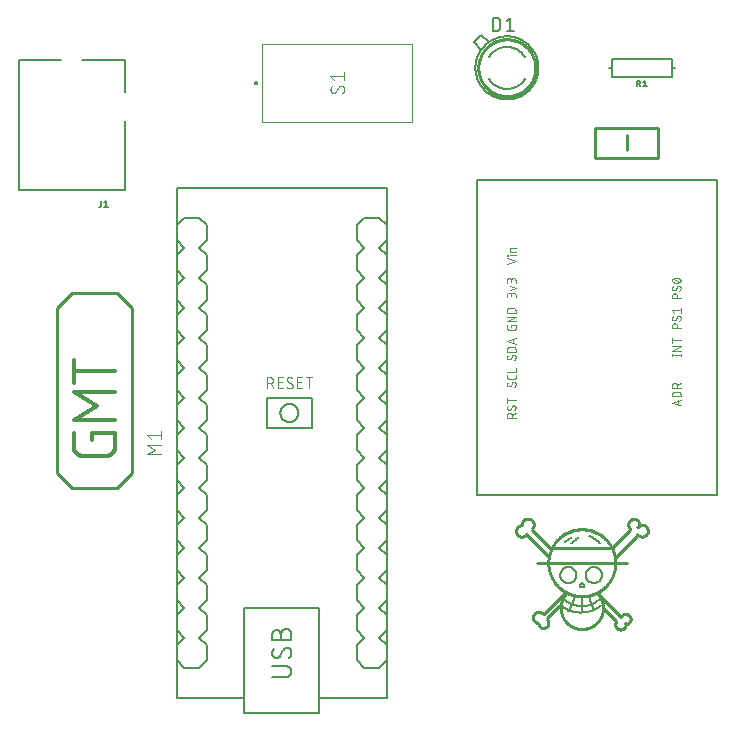
<source format=gbr>
G04 EAGLE Gerber RS-274X export*
G75*
%MOMM*%
%FSLAX34Y34*%
%LPD*%
%INSilkscreen Top*%
%IPPOS*%
%AMOC8*
5,1,8,0,0,1.08239X$1,22.5*%
G01*
%ADD10C,0.304800*%
%ADD11C,0.254000*%
%ADD12C,0.152400*%
%ADD13C,0.127000*%
%ADD14C,0.203200*%
%ADD15C,0.076200*%
%ADD16C,0.101600*%
%ADD17C,0.100000*%
%ADD18C,0.200000*%
%ADD19C,0.200000*%
%ADD20C,0.050800*%


D10*
X360003Y396155D02*
X360003Y401997D01*
X379476Y401997D01*
X379476Y390313D01*
X379474Y390125D01*
X379467Y389937D01*
X379456Y389749D01*
X379440Y389561D01*
X379419Y389374D01*
X379394Y389188D01*
X379365Y389002D01*
X379331Y388817D01*
X379292Y388632D01*
X379250Y388449D01*
X379202Y388267D01*
X379151Y388086D01*
X379095Y387906D01*
X379034Y387728D01*
X378970Y387551D01*
X378901Y387376D01*
X378828Y387202D01*
X378751Y387031D01*
X378669Y386861D01*
X378584Y386693D01*
X378494Y386528D01*
X378401Y386364D01*
X378304Y386203D01*
X378202Y386045D01*
X378097Y385888D01*
X377988Y385735D01*
X377876Y385584D01*
X377760Y385436D01*
X377640Y385290D01*
X377517Y385148D01*
X377391Y385009D01*
X377261Y384872D01*
X377128Y384739D01*
X376991Y384609D01*
X376852Y384483D01*
X376710Y384360D01*
X376564Y384240D01*
X376416Y384124D01*
X376265Y384012D01*
X376112Y383903D01*
X375955Y383798D01*
X375797Y383696D01*
X375636Y383599D01*
X375472Y383506D01*
X375307Y383416D01*
X375139Y383331D01*
X374969Y383249D01*
X374798Y383172D01*
X374624Y383099D01*
X374449Y383030D01*
X374272Y382966D01*
X374094Y382905D01*
X373914Y382849D01*
X373733Y382798D01*
X373551Y382750D01*
X373368Y382708D01*
X373183Y382669D01*
X372998Y382635D01*
X372812Y382606D01*
X372626Y382581D01*
X372439Y382560D01*
X372251Y382544D01*
X372063Y382533D01*
X371875Y382526D01*
X371687Y382524D01*
X352213Y382524D01*
X352022Y382526D01*
X351831Y382533D01*
X351640Y382545D01*
X351450Y382562D01*
X351260Y382583D01*
X351070Y382608D01*
X350881Y382639D01*
X350693Y382674D01*
X350506Y382713D01*
X350320Y382757D01*
X350136Y382806D01*
X349952Y382859D01*
X349770Y382917D01*
X349589Y382979D01*
X349410Y383046D01*
X349232Y383117D01*
X349057Y383192D01*
X348883Y383272D01*
X348711Y383356D01*
X348541Y383444D01*
X348374Y383536D01*
X348209Y383632D01*
X348046Y383732D01*
X347886Y383837D01*
X347728Y383945D01*
X347573Y384057D01*
X347421Y384173D01*
X347272Y384292D01*
X347125Y384415D01*
X346982Y384542D01*
X346842Y384672D01*
X346705Y384805D01*
X346572Y384942D01*
X346442Y385082D01*
X346315Y385225D01*
X346192Y385372D01*
X346073Y385521D01*
X345957Y385673D01*
X345845Y385828D01*
X345737Y385986D01*
X345632Y386146D01*
X345532Y386309D01*
X345436Y386474D01*
X345344Y386641D01*
X345256Y386811D01*
X345172Y386983D01*
X345092Y387157D01*
X345017Y387332D01*
X344946Y387510D01*
X344879Y387689D01*
X344817Y387870D01*
X344759Y388052D01*
X344706Y388236D01*
X344657Y388420D01*
X344613Y388606D01*
X344574Y388793D01*
X344539Y388981D01*
X344508Y389170D01*
X344483Y389359D01*
X344462Y389549D01*
X344445Y389740D01*
X344433Y389931D01*
X344426Y390122D01*
X344424Y390313D01*
X344424Y401997D01*
X344424Y412962D02*
X379476Y412962D01*
X363897Y424646D02*
X344424Y412962D01*
X363897Y424646D02*
X344424Y436330D01*
X379476Y436330D01*
X379476Y454173D02*
X344424Y454173D01*
X344424Y444437D02*
X344424Y463910D01*
D11*
X330200Y508000D02*
X330200Y368300D01*
X342900Y355600D01*
X381000Y355600D01*
X393700Y368300D01*
X393700Y508000D01*
X381000Y520700D01*
X342900Y520700D01*
X330200Y508000D01*
X746302Y292100D02*
X746311Y292797D01*
X746336Y293493D01*
X746379Y294189D01*
X746439Y294883D01*
X746516Y295576D01*
X746609Y296267D01*
X746720Y296955D01*
X746848Y297640D01*
X746992Y298322D01*
X747153Y299000D01*
X747331Y299674D01*
X747525Y300344D01*
X747735Y301008D01*
X747962Y301667D01*
X748205Y302320D01*
X748464Y302967D01*
X748738Y303608D01*
X749029Y304242D01*
X749334Y304868D01*
X749655Y305487D01*
X749991Y306097D01*
X750342Y306699D01*
X750708Y307293D01*
X751088Y307877D01*
X751482Y308452D01*
X751891Y309017D01*
X752313Y309571D01*
X752748Y310116D01*
X753197Y310649D01*
X753658Y311171D01*
X754133Y311682D01*
X754620Y312180D01*
X755118Y312667D01*
X755629Y313142D01*
X756151Y313603D01*
X756684Y314052D01*
X757229Y314487D01*
X757783Y314909D01*
X758348Y315318D01*
X758923Y315712D01*
X759507Y316092D01*
X760101Y316458D01*
X760703Y316809D01*
X761313Y317145D01*
X761932Y317466D01*
X762558Y317771D01*
X763192Y318062D01*
X763833Y318336D01*
X764480Y318595D01*
X765133Y318838D01*
X765792Y319065D01*
X766456Y319275D01*
X767126Y319469D01*
X767800Y319647D01*
X768478Y319808D01*
X769160Y319952D01*
X769845Y320080D01*
X770533Y320191D01*
X771224Y320284D01*
X771917Y320361D01*
X772611Y320421D01*
X773307Y320464D01*
X774003Y320489D01*
X774700Y320498D01*
X775397Y320489D01*
X776093Y320464D01*
X776789Y320421D01*
X777483Y320361D01*
X778176Y320284D01*
X778867Y320191D01*
X779555Y320080D01*
X780240Y319952D01*
X780922Y319808D01*
X781600Y319647D01*
X782274Y319469D01*
X782944Y319275D01*
X783608Y319065D01*
X784267Y318838D01*
X784920Y318595D01*
X785567Y318336D01*
X786208Y318062D01*
X786842Y317771D01*
X787468Y317466D01*
X788087Y317145D01*
X788697Y316809D01*
X789299Y316458D01*
X789893Y316092D01*
X790477Y315712D01*
X791052Y315318D01*
X791617Y314909D01*
X792171Y314487D01*
X792716Y314052D01*
X793249Y313603D01*
X793771Y313142D01*
X794282Y312667D01*
X794780Y312180D01*
X795267Y311682D01*
X795742Y311171D01*
X796203Y310649D01*
X796652Y310116D01*
X797087Y309571D01*
X797509Y309017D01*
X797918Y308452D01*
X798312Y307877D01*
X798692Y307293D01*
X799058Y306699D01*
X799409Y306097D01*
X799745Y305487D01*
X800066Y304868D01*
X800371Y304242D01*
X800662Y303608D01*
X800936Y302967D01*
X801195Y302320D01*
X801438Y301667D01*
X801665Y301008D01*
X801875Y300344D01*
X802069Y299674D01*
X802247Y299000D01*
X802408Y298322D01*
X802552Y297640D01*
X802680Y296955D01*
X802791Y296267D01*
X802884Y295576D01*
X802961Y294883D01*
X803021Y294189D01*
X803064Y293493D01*
X803089Y292797D01*
X803098Y292100D01*
X803089Y291403D01*
X803064Y290707D01*
X803021Y290011D01*
X802961Y289317D01*
X802884Y288624D01*
X802791Y287933D01*
X802680Y287245D01*
X802552Y286560D01*
X802408Y285878D01*
X802247Y285200D01*
X802069Y284526D01*
X801875Y283856D01*
X801665Y283192D01*
X801438Y282533D01*
X801195Y281880D01*
X800936Y281233D01*
X800662Y280592D01*
X800371Y279958D01*
X800066Y279332D01*
X799745Y278713D01*
X799409Y278103D01*
X799058Y277501D01*
X798692Y276907D01*
X798312Y276323D01*
X797918Y275748D01*
X797509Y275183D01*
X797087Y274629D01*
X796652Y274084D01*
X796203Y273551D01*
X795742Y273029D01*
X795267Y272518D01*
X794780Y272020D01*
X794282Y271533D01*
X793771Y271058D01*
X793249Y270597D01*
X792716Y270148D01*
X792171Y269713D01*
X791617Y269291D01*
X791052Y268882D01*
X790477Y268488D01*
X789893Y268108D01*
X789299Y267742D01*
X788697Y267391D01*
X788087Y267055D01*
X787468Y266734D01*
X786842Y266429D01*
X786208Y266138D01*
X785567Y265864D01*
X784920Y265605D01*
X784267Y265362D01*
X783608Y265135D01*
X782944Y264925D01*
X782274Y264731D01*
X781600Y264553D01*
X780922Y264392D01*
X780240Y264248D01*
X779555Y264120D01*
X778867Y264009D01*
X778176Y263916D01*
X777483Y263839D01*
X776789Y263779D01*
X776093Y263736D01*
X775397Y263711D01*
X774700Y263702D01*
X774003Y263711D01*
X773307Y263736D01*
X772611Y263779D01*
X771917Y263839D01*
X771224Y263916D01*
X770533Y264009D01*
X769845Y264120D01*
X769160Y264248D01*
X768478Y264392D01*
X767800Y264553D01*
X767126Y264731D01*
X766456Y264925D01*
X765792Y265135D01*
X765133Y265362D01*
X764480Y265605D01*
X763833Y265864D01*
X763192Y266138D01*
X762558Y266429D01*
X761932Y266734D01*
X761313Y267055D01*
X760703Y267391D01*
X760101Y267742D01*
X759507Y268108D01*
X758923Y268488D01*
X758348Y268882D01*
X757783Y269291D01*
X757229Y269713D01*
X756684Y270148D01*
X756151Y270597D01*
X755629Y271058D01*
X755118Y271533D01*
X754620Y272020D01*
X754133Y272518D01*
X753658Y273029D01*
X753197Y273551D01*
X752748Y274084D01*
X752313Y274629D01*
X751891Y275183D01*
X751482Y275748D01*
X751088Y276323D01*
X750708Y276907D01*
X750342Y277501D01*
X749991Y278103D01*
X749655Y278713D01*
X749334Y279332D01*
X749029Y279958D01*
X748738Y280592D01*
X748464Y281233D01*
X748205Y281880D01*
X747962Y282533D01*
X747735Y283192D01*
X747525Y283856D01*
X747331Y284526D01*
X747153Y285200D01*
X746992Y285878D01*
X746848Y286560D01*
X746720Y287245D01*
X746609Y287933D01*
X746516Y288624D01*
X746439Y289317D01*
X746379Y290011D01*
X746336Y290707D01*
X746311Y291403D01*
X746302Y292100D01*
X762000Y266700D02*
X761693Y266386D01*
X761395Y266065D01*
X761104Y265737D01*
X760822Y265401D01*
X760548Y265059D01*
X760282Y264710D01*
X760025Y264355D01*
X759776Y263994D01*
X759537Y263626D01*
X759306Y263253D01*
X759085Y262875D01*
X758873Y262491D01*
X758670Y262102D01*
X758477Y261708D01*
X758294Y261310D01*
X758120Y260907D01*
X757957Y260500D01*
X757803Y260090D01*
X757659Y259675D01*
X757526Y259258D01*
X757402Y258837D01*
X757290Y258413D01*
X757187Y257987D01*
X757095Y257558D01*
X757013Y257127D01*
X756942Y256694D01*
X756882Y256260D01*
X756832Y255824D01*
X756793Y255387D01*
X756764Y254950D01*
X756746Y254512D01*
X756739Y254073D01*
X756743Y253635D01*
X756757Y253196D01*
X756782Y252758D01*
X756818Y252321D01*
X756864Y251885D01*
X756921Y251450D01*
X756988Y251017D01*
X757067Y250586D01*
X757155Y250156D01*
X757254Y249729D01*
X757364Y249304D01*
X757483Y248882D01*
X757614Y248464D01*
X757754Y248048D01*
X757904Y247636D01*
X758065Y247228D01*
X758235Y246824D01*
X758415Y246424D01*
X758605Y246029D01*
X758804Y245638D01*
X759013Y245253D01*
X759231Y244872D01*
X759459Y244497D01*
X759695Y244128D01*
X759941Y243765D01*
X760195Y243407D01*
X760458Y243056D01*
X760729Y242712D01*
X761009Y242374D01*
X761297Y242043D01*
X761593Y241720D01*
X761897Y241403D01*
X762208Y241095D01*
X762527Y240793D01*
X762853Y240500D01*
X763186Y240215D01*
X763526Y239938D01*
X763873Y239669D01*
X764226Y239409D01*
X764585Y239158D01*
X764950Y238915D01*
X765322Y238682D01*
X765698Y238458D01*
X766081Y238242D01*
X766468Y238037D01*
X766860Y237840D01*
X767257Y237654D01*
X767658Y237477D01*
X768064Y237310D01*
X768473Y237153D01*
X768886Y237006D01*
X769303Y236869D01*
X769723Y236742D01*
X770146Y236626D01*
X770571Y236520D01*
X770999Y236424D01*
X771429Y236339D01*
X771861Y236265D01*
X772295Y236201D01*
X772731Y236147D01*
X773167Y236105D01*
X773604Y236072D01*
X774042Y236051D01*
X774481Y236040D01*
X774919Y236040D01*
X775358Y236051D01*
X775796Y236072D01*
X776233Y236105D01*
X776669Y236147D01*
X777105Y236201D01*
X777539Y236265D01*
X777971Y236339D01*
X778401Y236424D01*
X778829Y236520D01*
X779254Y236626D01*
X779677Y236742D01*
X780097Y236869D01*
X780514Y237006D01*
X780927Y237153D01*
X781336Y237310D01*
X781742Y237477D01*
X782143Y237654D01*
X782540Y237840D01*
X782932Y238037D01*
X783319Y238242D01*
X783702Y238458D01*
X784078Y238682D01*
X784450Y238915D01*
X784815Y239158D01*
X785174Y239409D01*
X785527Y239669D01*
X785874Y239938D01*
X786214Y240215D01*
X786547Y240500D01*
X786873Y240793D01*
X787192Y241095D01*
X787503Y241403D01*
X787807Y241720D01*
X788103Y242043D01*
X788391Y242374D01*
X788671Y242712D01*
X788942Y243056D01*
X789205Y243407D01*
X789459Y243765D01*
X789705Y244128D01*
X789941Y244497D01*
X790169Y244872D01*
X790387Y245253D01*
X790596Y245638D01*
X790795Y246029D01*
X790985Y246424D01*
X791165Y246824D01*
X791335Y247228D01*
X791496Y247636D01*
X791646Y248048D01*
X791786Y248464D01*
X791917Y248882D01*
X792036Y249304D01*
X792146Y249729D01*
X792245Y250156D01*
X792333Y250586D01*
X792412Y251017D01*
X792479Y251450D01*
X792536Y251885D01*
X792582Y252321D01*
X792618Y252758D01*
X792643Y253196D01*
X792657Y253635D01*
X792661Y254073D01*
X792654Y254512D01*
X792636Y254950D01*
X792607Y255387D01*
X792568Y255824D01*
X792518Y256260D01*
X792458Y256694D01*
X792387Y257127D01*
X792305Y257558D01*
X792213Y257987D01*
X792110Y258413D01*
X791998Y258837D01*
X791874Y259258D01*
X791741Y259675D01*
X791597Y260090D01*
X791443Y260500D01*
X791280Y260907D01*
X791106Y261310D01*
X790923Y261708D01*
X790730Y262102D01*
X790527Y262491D01*
X790315Y262875D01*
X790094Y263253D01*
X789863Y263626D01*
X789624Y263994D01*
X789375Y264355D01*
X789118Y264710D01*
X788852Y265059D01*
X788578Y265401D01*
X788296Y265737D01*
X788005Y266065D01*
X787707Y266386D01*
X787400Y266700D01*
X812800Y292100D02*
X736600Y292100D01*
X749300Y304800D02*
X800100Y304800D01*
D12*
X756431Y281940D02*
X756433Y282108D01*
X756439Y282276D01*
X756450Y282443D01*
X756464Y282610D01*
X756482Y282777D01*
X756505Y282943D01*
X756532Y283109D01*
X756562Y283274D01*
X756597Y283438D01*
X756636Y283602D01*
X756679Y283764D01*
X756725Y283925D01*
X756776Y284085D01*
X756831Y284244D01*
X756889Y284401D01*
X756952Y284557D01*
X757018Y284711D01*
X757088Y284864D01*
X757161Y285015D01*
X757239Y285164D01*
X757319Y285311D01*
X757404Y285456D01*
X757492Y285599D01*
X757584Y285740D01*
X757679Y285878D01*
X757777Y286014D01*
X757878Y286148D01*
X757983Y286279D01*
X758091Y286407D01*
X758203Y286533D01*
X758317Y286656D01*
X758434Y286776D01*
X758554Y286893D01*
X758677Y287007D01*
X758803Y287119D01*
X758931Y287227D01*
X759062Y287332D01*
X759196Y287433D01*
X759332Y287531D01*
X759470Y287626D01*
X759611Y287718D01*
X759754Y287806D01*
X759899Y287891D01*
X760046Y287971D01*
X760195Y288049D01*
X760346Y288122D01*
X760499Y288192D01*
X760653Y288258D01*
X760809Y288321D01*
X760966Y288379D01*
X761125Y288434D01*
X761285Y288485D01*
X761446Y288531D01*
X761608Y288574D01*
X761772Y288613D01*
X761936Y288648D01*
X762101Y288678D01*
X762267Y288705D01*
X762433Y288728D01*
X762600Y288746D01*
X762767Y288760D01*
X762934Y288771D01*
X763102Y288777D01*
X763270Y288779D01*
X763438Y288777D01*
X763606Y288771D01*
X763773Y288760D01*
X763940Y288746D01*
X764107Y288728D01*
X764273Y288705D01*
X764439Y288678D01*
X764604Y288648D01*
X764768Y288613D01*
X764932Y288574D01*
X765094Y288531D01*
X765255Y288485D01*
X765415Y288434D01*
X765574Y288379D01*
X765731Y288321D01*
X765887Y288258D01*
X766041Y288192D01*
X766194Y288122D01*
X766345Y288049D01*
X766494Y287971D01*
X766641Y287891D01*
X766786Y287806D01*
X766929Y287718D01*
X767070Y287626D01*
X767208Y287531D01*
X767344Y287433D01*
X767478Y287332D01*
X767609Y287227D01*
X767737Y287119D01*
X767863Y287007D01*
X767986Y286893D01*
X768106Y286776D01*
X768223Y286656D01*
X768337Y286533D01*
X768449Y286407D01*
X768557Y286279D01*
X768662Y286148D01*
X768763Y286014D01*
X768861Y285878D01*
X768956Y285740D01*
X769048Y285599D01*
X769136Y285456D01*
X769221Y285311D01*
X769301Y285164D01*
X769379Y285015D01*
X769452Y284864D01*
X769522Y284711D01*
X769588Y284557D01*
X769651Y284401D01*
X769709Y284244D01*
X769764Y284085D01*
X769815Y283925D01*
X769861Y283764D01*
X769904Y283602D01*
X769943Y283438D01*
X769978Y283274D01*
X770008Y283109D01*
X770035Y282943D01*
X770058Y282777D01*
X770076Y282610D01*
X770090Y282443D01*
X770101Y282276D01*
X770107Y282108D01*
X770109Y281940D01*
X770107Y281772D01*
X770101Y281604D01*
X770090Y281437D01*
X770076Y281270D01*
X770058Y281103D01*
X770035Y280937D01*
X770008Y280771D01*
X769978Y280606D01*
X769943Y280442D01*
X769904Y280278D01*
X769861Y280116D01*
X769815Y279955D01*
X769764Y279795D01*
X769709Y279636D01*
X769651Y279479D01*
X769588Y279323D01*
X769522Y279169D01*
X769452Y279016D01*
X769379Y278865D01*
X769301Y278716D01*
X769221Y278569D01*
X769136Y278424D01*
X769048Y278281D01*
X768956Y278140D01*
X768861Y278002D01*
X768763Y277866D01*
X768662Y277732D01*
X768557Y277601D01*
X768449Y277473D01*
X768337Y277347D01*
X768223Y277224D01*
X768106Y277104D01*
X767986Y276987D01*
X767863Y276873D01*
X767737Y276761D01*
X767609Y276653D01*
X767478Y276548D01*
X767344Y276447D01*
X767208Y276349D01*
X767070Y276254D01*
X766929Y276162D01*
X766786Y276074D01*
X766641Y275989D01*
X766494Y275909D01*
X766345Y275831D01*
X766194Y275758D01*
X766041Y275688D01*
X765887Y275622D01*
X765731Y275559D01*
X765574Y275501D01*
X765415Y275446D01*
X765255Y275395D01*
X765094Y275349D01*
X764932Y275306D01*
X764768Y275267D01*
X764604Y275232D01*
X764439Y275202D01*
X764273Y275175D01*
X764107Y275152D01*
X763940Y275134D01*
X763773Y275120D01*
X763606Y275109D01*
X763438Y275103D01*
X763270Y275101D01*
X763102Y275103D01*
X762934Y275109D01*
X762767Y275120D01*
X762600Y275134D01*
X762433Y275152D01*
X762267Y275175D01*
X762101Y275202D01*
X761936Y275232D01*
X761772Y275267D01*
X761608Y275306D01*
X761446Y275349D01*
X761285Y275395D01*
X761125Y275446D01*
X760966Y275501D01*
X760809Y275559D01*
X760653Y275622D01*
X760499Y275688D01*
X760346Y275758D01*
X760195Y275831D01*
X760046Y275909D01*
X759899Y275989D01*
X759754Y276074D01*
X759611Y276162D01*
X759470Y276254D01*
X759332Y276349D01*
X759196Y276447D01*
X759062Y276548D01*
X758931Y276653D01*
X758803Y276761D01*
X758677Y276873D01*
X758554Y276987D01*
X758434Y277104D01*
X758317Y277224D01*
X758203Y277347D01*
X758091Y277473D01*
X757983Y277601D01*
X757878Y277732D01*
X757777Y277866D01*
X757679Y278002D01*
X757584Y278140D01*
X757492Y278281D01*
X757404Y278424D01*
X757319Y278569D01*
X757239Y278716D01*
X757161Y278865D01*
X757088Y279016D01*
X757018Y279169D01*
X756952Y279323D01*
X756889Y279479D01*
X756831Y279636D01*
X756776Y279795D01*
X756725Y279955D01*
X756679Y280116D01*
X756636Y280278D01*
X756597Y280442D01*
X756562Y280606D01*
X756532Y280771D01*
X756505Y280937D01*
X756482Y281103D01*
X756464Y281270D01*
X756450Y281437D01*
X756439Y281604D01*
X756433Y281772D01*
X756431Y281940D01*
X778021Y281940D02*
X778023Y282108D01*
X778029Y282276D01*
X778040Y282443D01*
X778054Y282610D01*
X778072Y282777D01*
X778095Y282943D01*
X778122Y283109D01*
X778152Y283274D01*
X778187Y283438D01*
X778226Y283602D01*
X778269Y283764D01*
X778315Y283925D01*
X778366Y284085D01*
X778421Y284244D01*
X778479Y284401D01*
X778542Y284557D01*
X778608Y284711D01*
X778678Y284864D01*
X778751Y285015D01*
X778829Y285164D01*
X778909Y285311D01*
X778994Y285456D01*
X779082Y285599D01*
X779174Y285740D01*
X779269Y285878D01*
X779367Y286014D01*
X779468Y286148D01*
X779573Y286279D01*
X779681Y286407D01*
X779793Y286533D01*
X779907Y286656D01*
X780024Y286776D01*
X780144Y286893D01*
X780267Y287007D01*
X780393Y287119D01*
X780521Y287227D01*
X780652Y287332D01*
X780786Y287433D01*
X780922Y287531D01*
X781060Y287626D01*
X781201Y287718D01*
X781344Y287806D01*
X781489Y287891D01*
X781636Y287971D01*
X781785Y288049D01*
X781936Y288122D01*
X782089Y288192D01*
X782243Y288258D01*
X782399Y288321D01*
X782556Y288379D01*
X782715Y288434D01*
X782875Y288485D01*
X783036Y288531D01*
X783198Y288574D01*
X783362Y288613D01*
X783526Y288648D01*
X783691Y288678D01*
X783857Y288705D01*
X784023Y288728D01*
X784190Y288746D01*
X784357Y288760D01*
X784524Y288771D01*
X784692Y288777D01*
X784860Y288779D01*
X785028Y288777D01*
X785196Y288771D01*
X785363Y288760D01*
X785530Y288746D01*
X785697Y288728D01*
X785863Y288705D01*
X786029Y288678D01*
X786194Y288648D01*
X786358Y288613D01*
X786522Y288574D01*
X786684Y288531D01*
X786845Y288485D01*
X787005Y288434D01*
X787164Y288379D01*
X787321Y288321D01*
X787477Y288258D01*
X787631Y288192D01*
X787784Y288122D01*
X787935Y288049D01*
X788084Y287971D01*
X788231Y287891D01*
X788376Y287806D01*
X788519Y287718D01*
X788660Y287626D01*
X788798Y287531D01*
X788934Y287433D01*
X789068Y287332D01*
X789199Y287227D01*
X789327Y287119D01*
X789453Y287007D01*
X789576Y286893D01*
X789696Y286776D01*
X789813Y286656D01*
X789927Y286533D01*
X790039Y286407D01*
X790147Y286279D01*
X790252Y286148D01*
X790353Y286014D01*
X790451Y285878D01*
X790546Y285740D01*
X790638Y285599D01*
X790726Y285456D01*
X790811Y285311D01*
X790891Y285164D01*
X790969Y285015D01*
X791042Y284864D01*
X791112Y284711D01*
X791178Y284557D01*
X791241Y284401D01*
X791299Y284244D01*
X791354Y284085D01*
X791405Y283925D01*
X791451Y283764D01*
X791494Y283602D01*
X791533Y283438D01*
X791568Y283274D01*
X791598Y283109D01*
X791625Y282943D01*
X791648Y282777D01*
X791666Y282610D01*
X791680Y282443D01*
X791691Y282276D01*
X791697Y282108D01*
X791699Y281940D01*
X791697Y281772D01*
X791691Y281604D01*
X791680Y281437D01*
X791666Y281270D01*
X791648Y281103D01*
X791625Y280937D01*
X791598Y280771D01*
X791568Y280606D01*
X791533Y280442D01*
X791494Y280278D01*
X791451Y280116D01*
X791405Y279955D01*
X791354Y279795D01*
X791299Y279636D01*
X791241Y279479D01*
X791178Y279323D01*
X791112Y279169D01*
X791042Y279016D01*
X790969Y278865D01*
X790891Y278716D01*
X790811Y278569D01*
X790726Y278424D01*
X790638Y278281D01*
X790546Y278140D01*
X790451Y278002D01*
X790353Y277866D01*
X790252Y277732D01*
X790147Y277601D01*
X790039Y277473D01*
X789927Y277347D01*
X789813Y277224D01*
X789696Y277104D01*
X789576Y276987D01*
X789453Y276873D01*
X789327Y276761D01*
X789199Y276653D01*
X789068Y276548D01*
X788934Y276447D01*
X788798Y276349D01*
X788660Y276254D01*
X788519Y276162D01*
X788376Y276074D01*
X788231Y275989D01*
X788084Y275909D01*
X787935Y275831D01*
X787784Y275758D01*
X787631Y275688D01*
X787477Y275622D01*
X787321Y275559D01*
X787164Y275501D01*
X787005Y275446D01*
X786845Y275395D01*
X786684Y275349D01*
X786522Y275306D01*
X786358Y275267D01*
X786194Y275232D01*
X786029Y275202D01*
X785863Y275175D01*
X785697Y275152D01*
X785530Y275134D01*
X785363Y275120D01*
X785196Y275109D01*
X785028Y275103D01*
X784860Y275101D01*
X784692Y275103D01*
X784524Y275109D01*
X784357Y275120D01*
X784190Y275134D01*
X784023Y275152D01*
X783857Y275175D01*
X783691Y275202D01*
X783526Y275232D01*
X783362Y275267D01*
X783198Y275306D01*
X783036Y275349D01*
X782875Y275395D01*
X782715Y275446D01*
X782556Y275501D01*
X782399Y275559D01*
X782243Y275622D01*
X782089Y275688D01*
X781936Y275758D01*
X781785Y275831D01*
X781636Y275909D01*
X781489Y275989D01*
X781344Y276074D01*
X781201Y276162D01*
X781060Y276254D01*
X780922Y276349D01*
X780786Y276447D01*
X780652Y276548D01*
X780521Y276653D01*
X780393Y276761D01*
X780267Y276873D01*
X780144Y276987D01*
X780024Y277104D01*
X779907Y277224D01*
X779793Y277347D01*
X779681Y277473D01*
X779573Y277601D01*
X779468Y277732D01*
X779367Y277866D01*
X779269Y278002D01*
X779174Y278140D01*
X779082Y278281D01*
X778994Y278424D01*
X778909Y278569D01*
X778829Y278716D01*
X778751Y278865D01*
X778678Y279016D01*
X778608Y279169D01*
X778542Y279323D01*
X778479Y279479D01*
X778421Y279636D01*
X778366Y279795D01*
X778315Y279955D01*
X778269Y280116D01*
X778226Y280278D01*
X778187Y280442D01*
X778152Y280606D01*
X778122Y280771D01*
X778095Y280937D01*
X778072Y281103D01*
X778054Y281270D01*
X778040Y281437D01*
X778029Y281604D01*
X778023Y281772D01*
X778021Y281940D01*
X772904Y273050D02*
X772906Y273134D01*
X772912Y273218D01*
X772922Y273302D01*
X772935Y273385D01*
X772953Y273467D01*
X772975Y273549D01*
X773000Y273629D01*
X773029Y273708D01*
X773062Y273786D01*
X773098Y273862D01*
X773138Y273936D01*
X773181Y274008D01*
X773227Y274078D01*
X773277Y274146D01*
X773330Y274212D01*
X773386Y274275D01*
X773445Y274335D01*
X773507Y274392D01*
X773571Y274447D01*
X773638Y274498D01*
X773707Y274546D01*
X773778Y274591D01*
X773851Y274633D01*
X773926Y274671D01*
X774003Y274705D01*
X774081Y274736D01*
X774161Y274763D01*
X774242Y274787D01*
X774324Y274806D01*
X774407Y274822D01*
X774490Y274834D01*
X774574Y274842D01*
X774658Y274846D01*
X774742Y274846D01*
X774826Y274842D01*
X774910Y274834D01*
X774993Y274822D01*
X775076Y274806D01*
X775158Y274787D01*
X775239Y274763D01*
X775319Y274736D01*
X775397Y274705D01*
X775474Y274671D01*
X775549Y274633D01*
X775622Y274591D01*
X775693Y274546D01*
X775762Y274498D01*
X775829Y274447D01*
X775893Y274392D01*
X775955Y274335D01*
X776014Y274275D01*
X776070Y274212D01*
X776123Y274146D01*
X776173Y274078D01*
X776219Y274008D01*
X776262Y273936D01*
X776302Y273862D01*
X776338Y273786D01*
X776371Y273708D01*
X776400Y273629D01*
X776425Y273549D01*
X776447Y273467D01*
X776465Y273385D01*
X776478Y273302D01*
X776488Y273218D01*
X776494Y273134D01*
X776496Y273050D01*
X776494Y272966D01*
X776488Y272882D01*
X776478Y272798D01*
X776465Y272715D01*
X776447Y272633D01*
X776425Y272551D01*
X776400Y272471D01*
X776371Y272392D01*
X776338Y272314D01*
X776302Y272238D01*
X776262Y272164D01*
X776219Y272092D01*
X776173Y272022D01*
X776123Y271954D01*
X776070Y271888D01*
X776014Y271825D01*
X775955Y271765D01*
X775893Y271708D01*
X775829Y271653D01*
X775762Y271602D01*
X775693Y271554D01*
X775622Y271509D01*
X775549Y271467D01*
X775474Y271429D01*
X775397Y271395D01*
X775319Y271364D01*
X775239Y271337D01*
X775158Y271313D01*
X775076Y271294D01*
X774993Y271278D01*
X774910Y271266D01*
X774826Y271258D01*
X774742Y271254D01*
X774658Y271254D01*
X774574Y271258D01*
X774490Y271266D01*
X774407Y271278D01*
X774324Y271294D01*
X774242Y271313D01*
X774161Y271337D01*
X774081Y271364D01*
X774003Y271395D01*
X773926Y271429D01*
X773851Y271467D01*
X773778Y271509D01*
X773707Y271554D01*
X773638Y271602D01*
X773571Y271653D01*
X773507Y271708D01*
X773445Y271765D01*
X773386Y271825D01*
X773330Y271888D01*
X773277Y271954D01*
X773227Y272022D01*
X773181Y272092D01*
X773138Y272164D01*
X773098Y272238D01*
X773062Y272314D01*
X773029Y272392D01*
X773000Y272471D01*
X772975Y272551D01*
X772953Y272633D01*
X772935Y272715D01*
X772922Y272798D01*
X772912Y272882D01*
X772906Y272966D01*
X772904Y273050D01*
X758190Y255270D02*
X758706Y254893D01*
X759230Y254529D01*
X759763Y254177D01*
X760304Y253839D01*
X760854Y253514D01*
X761411Y253202D01*
X761976Y252904D01*
X762548Y252620D01*
X763126Y252350D01*
X763711Y252094D01*
X764302Y251852D01*
X764899Y251625D01*
X765501Y251412D01*
X766108Y251215D01*
X766720Y251032D01*
X767336Y250864D01*
X767955Y250711D01*
X768579Y250573D01*
X769205Y250451D01*
X769835Y250343D01*
X770467Y250251D01*
X771101Y250175D01*
X771736Y250114D01*
X772373Y250069D01*
X773011Y250039D01*
X773649Y250024D01*
X774288Y250026D01*
X774926Y250042D01*
X775563Y250075D01*
X776200Y250123D01*
X776836Y250186D01*
X777469Y250265D01*
X778101Y250359D01*
X778730Y250468D01*
X779356Y250593D01*
X779979Y250733D01*
X780598Y250889D01*
X781213Y251059D01*
X781824Y251244D01*
X782431Y251444D01*
X783032Y251659D01*
X783628Y251888D01*
X784218Y252132D01*
X784802Y252390D01*
X785379Y252663D01*
X785950Y252949D01*
X786514Y253249D01*
X787070Y253563D01*
X787618Y253890D01*
X788158Y254231D01*
X788690Y254584D01*
X789213Y254951D01*
X789726Y255330D01*
X790231Y255721D01*
X790725Y256125D01*
X791210Y256540D01*
X789940Y261620D02*
X789550Y261255D01*
X789151Y260899D01*
X788744Y260553D01*
X788328Y260217D01*
X787905Y259891D01*
X787473Y259576D01*
X787034Y259271D01*
X786588Y258977D01*
X786135Y258693D01*
X785675Y258421D01*
X785209Y258160D01*
X784736Y257911D01*
X784258Y257673D01*
X783773Y257447D01*
X783284Y257232D01*
X782789Y257030D01*
X782290Y256839D01*
X781786Y256661D01*
X781278Y256495D01*
X780766Y256342D01*
X780251Y256201D01*
X779732Y256072D01*
X779210Y255956D01*
X778686Y255853D01*
X778159Y255763D01*
X777631Y255685D01*
X777100Y255620D01*
X776568Y255568D01*
X776035Y255530D01*
X775501Y255504D01*
X774967Y255491D01*
X774433Y255491D01*
X773899Y255504D01*
X773365Y255530D01*
X772832Y255568D01*
X772300Y255620D01*
X771769Y255685D01*
X771241Y255763D01*
X770714Y255853D01*
X770190Y255956D01*
X769668Y256072D01*
X769149Y256201D01*
X768634Y256342D01*
X768122Y256495D01*
X767614Y256661D01*
X767110Y256839D01*
X766611Y257030D01*
X766116Y257232D01*
X765627Y257447D01*
X765142Y257673D01*
X764664Y257911D01*
X764191Y258160D01*
X763725Y258421D01*
X763265Y258693D01*
X762812Y258977D01*
X762366Y259271D01*
X761927Y259576D01*
X761495Y259891D01*
X761072Y260217D01*
X760656Y260553D01*
X760249Y260899D01*
X759850Y261255D01*
X759460Y261620D01*
X774700Y262890D02*
X774700Y250190D01*
X763270Y251460D02*
X763665Y252027D01*
X764046Y252602D01*
X764413Y253187D01*
X764766Y253781D01*
X765105Y254382D01*
X765430Y254992D01*
X765739Y255609D01*
X766034Y256234D01*
X766313Y256865D01*
X766577Y257503D01*
X766826Y258148D01*
X767059Y258798D01*
X767276Y259453D01*
X767478Y260113D01*
X767664Y260778D01*
X767833Y261448D01*
X767987Y262121D01*
X768124Y262798D01*
X768245Y263478D01*
X768350Y264160D01*
X781050Y264160D02*
X781157Y263410D01*
X781282Y262663D01*
X781425Y261919D01*
X781585Y261178D01*
X781764Y260442D01*
X781960Y259710D01*
X782173Y258983D01*
X782404Y258262D01*
X782652Y257546D01*
X782918Y256836D01*
X783200Y256133D01*
X783499Y255437D01*
X783815Y254748D01*
X784147Y254067D01*
X784496Y253395D01*
X784860Y252730D01*
X760730Y309880D02*
X761197Y310312D01*
X761674Y310734D01*
X762161Y311144D01*
X762656Y311543D01*
X763161Y311930D01*
X763675Y312306D01*
X764196Y312671D01*
X764727Y313023D01*
X765264Y313363D01*
X765810Y313690D01*
X765810Y308611D02*
X766389Y309184D01*
X766981Y309744D01*
X767586Y310290D01*
X768204Y310822D01*
X768835Y311338D01*
X769477Y311840D01*
X770131Y312326D01*
X770797Y312797D01*
X771473Y313252D01*
X772160Y313691D01*
X781050Y314960D02*
X781751Y314609D01*
X782444Y314242D01*
X783127Y313858D01*
X783801Y313457D01*
X784466Y313041D01*
X785120Y312609D01*
X785763Y312161D01*
X786396Y311697D01*
X787017Y311219D01*
X787626Y310725D01*
X788224Y310218D01*
X788809Y309695D01*
X789381Y309159D01*
X789940Y308610D01*
D11*
X800100Y304800D02*
X815340Y320040D01*
X815340Y321310D01*
X821690Y314960D02*
X803910Y297180D01*
X821690Y314960D02*
X821690Y316230D01*
X787400Y266700D02*
X807720Y246380D01*
X803910Y242570D02*
X792480Y254000D01*
X760730Y266700D02*
X742950Y248920D01*
X741680Y248920D01*
X755650Y255270D02*
X756920Y255270D01*
X755650Y255270D02*
X745490Y245110D01*
X815340Y321309D02*
X815248Y321409D01*
X815158Y321511D01*
X815072Y321616D01*
X814989Y321723D01*
X814910Y321833D01*
X814833Y321945D01*
X814760Y322059D01*
X814690Y322175D01*
X814623Y322293D01*
X814560Y322413D01*
X814500Y322535D01*
X814444Y322658D01*
X814392Y322784D01*
X814343Y322910D01*
X814298Y323038D01*
X814257Y323167D01*
X814219Y323297D01*
X814185Y323429D01*
X814155Y323561D01*
X814129Y323694D01*
X814107Y323828D01*
X814089Y323962D01*
X814075Y324097D01*
X814064Y324232D01*
X814058Y324368D01*
X814055Y324503D01*
X814056Y324639D01*
X814062Y324775D01*
X814071Y324910D01*
X814084Y325045D01*
X814101Y325179D01*
X814122Y325313D01*
X814147Y325447D01*
X814176Y325579D01*
X814209Y325711D01*
X814245Y325842D01*
X814285Y325971D01*
X814329Y326099D01*
X814377Y326226D01*
X814428Y326352D01*
X814483Y326476D01*
X814542Y326598D01*
X814604Y326719D01*
X814669Y326838D01*
X814738Y326954D01*
X814810Y327069D01*
X814886Y327182D01*
X814965Y327292D01*
X815047Y327400D01*
X815132Y327506D01*
X815220Y327609D01*
X815311Y327709D01*
X815405Y327807D01*
X815502Y327902D01*
X815602Y327994D01*
X815704Y328083D01*
X815809Y328169D01*
X815916Y328252D01*
X816026Y328332D01*
X816137Y328409D01*
X816251Y328482D01*
X816367Y328552D01*
X816486Y328619D01*
X816606Y328682D01*
X816727Y328742D01*
X816851Y328798D01*
X816976Y328851D01*
X817102Y328900D01*
X817230Y328945D01*
X817359Y328986D01*
X817490Y329024D01*
X817621Y329058D01*
X817753Y329088D01*
X817886Y329114D01*
X818020Y329136D01*
X818154Y329155D01*
X818289Y329169D01*
X818424Y329180D01*
X818560Y329186D01*
X818696Y329189D01*
X818831Y329188D01*
X818967Y329182D01*
X819102Y329173D01*
X819237Y329160D01*
X819372Y329143D01*
X819506Y329122D01*
X819639Y329098D01*
X819771Y329069D01*
X819903Y329036D01*
X820034Y329000D01*
X820163Y328960D01*
X820292Y328916D01*
X820419Y328869D01*
X820544Y328818D01*
X820668Y328763D01*
X820791Y328704D01*
X820911Y328642D01*
X821030Y328577D01*
X821147Y328508D01*
X821262Y328436D01*
X821374Y328360D01*
X821485Y328281D01*
X821593Y328199D01*
X821698Y328114D01*
X821802Y328026D01*
X821902Y327935D01*
X822000Y327841D01*
X822095Y327745D01*
X822187Y327645D01*
X822276Y327543D01*
X822363Y327438D01*
X822446Y327331D01*
X822526Y327222D01*
X822603Y327110D01*
X822676Y326996D01*
X822746Y326880D01*
X822813Y326762D01*
X822876Y326642D01*
X822936Y326520D01*
X822993Y326397D01*
X823045Y326272D01*
X823094Y326145D01*
X823139Y326018D01*
X823181Y325888D01*
X823219Y325758D01*
X823253Y325627D01*
X823283Y325495D01*
X823309Y325362D01*
X823332Y325228D01*
X823350Y325094D01*
X823365Y324959D01*
X823375Y324823D01*
X823382Y324688D01*
X823385Y324552D01*
X823384Y324417D01*
X823379Y324281D01*
X823370Y324146D01*
X823357Y324011D01*
X823340Y323876D01*
X823319Y323742D01*
X823294Y323609D01*
X823266Y323476D01*
X823233Y323345D01*
X823197Y323214D01*
X823157Y323084D01*
X823114Y322956D01*
X823066Y322829D01*
X823015Y322703D01*
X822960Y322579D01*
X821690Y322580D02*
X821784Y322686D01*
X821880Y322789D01*
X821979Y322889D01*
X822081Y322987D01*
X822185Y323082D01*
X822293Y323174D01*
X822402Y323263D01*
X822514Y323348D01*
X822629Y323431D01*
X822746Y323510D01*
X822865Y323586D01*
X822986Y323659D01*
X823109Y323728D01*
X823233Y323794D01*
X823360Y323856D01*
X823488Y323915D01*
X823618Y323970D01*
X823750Y324021D01*
X823883Y324069D01*
X824017Y324113D01*
X824152Y324153D01*
X824288Y324189D01*
X824426Y324222D01*
X824564Y324251D01*
X824703Y324275D01*
X824843Y324296D01*
X824983Y324313D01*
X825123Y324326D01*
X825264Y324336D01*
X825405Y324341D01*
X825546Y324342D01*
X825687Y324339D01*
X825828Y324332D01*
X825969Y324322D01*
X826109Y324307D01*
X826249Y324289D01*
X826389Y324266D01*
X826527Y324240D01*
X826665Y324210D01*
X826802Y324176D01*
X826938Y324138D01*
X827073Y324096D01*
X827207Y324051D01*
X827339Y324002D01*
X827470Y323949D01*
X827599Y323893D01*
X827727Y323833D01*
X827853Y323769D01*
X827977Y323702D01*
X828099Y323631D01*
X828220Y323557D01*
X828338Y323480D01*
X828454Y323400D01*
X828567Y323316D01*
X828678Y323229D01*
X828787Y323139D01*
X828893Y323046D01*
X828997Y322950D01*
X829098Y322851D01*
X829196Y322749D01*
X829291Y322645D01*
X829383Y322538D01*
X829472Y322429D01*
X829558Y322317D01*
X829641Y322203D01*
X829720Y322086D01*
X829797Y321967D01*
X829870Y321846D01*
X829939Y321724D01*
X830005Y321599D01*
X830068Y321472D01*
X830127Y321344D01*
X830182Y321214D01*
X830234Y321083D01*
X830282Y320950D01*
X830326Y320816D01*
X830367Y320681D01*
X830403Y320545D01*
X830436Y320408D01*
X830465Y320269D01*
X830490Y320131D01*
X830512Y319991D01*
X830529Y319851D01*
X830542Y319710D01*
X830552Y319570D01*
X830557Y319429D01*
X830559Y319287D01*
X830557Y319146D01*
X830550Y319005D01*
X830540Y318865D01*
X830526Y318724D01*
X830508Y318584D01*
X830486Y318445D01*
X830460Y318306D01*
X830430Y318168D01*
X830396Y318031D01*
X830359Y317895D01*
X830317Y317760D01*
X830272Y317626D01*
X830223Y317494D01*
X830171Y317363D01*
X830115Y317233D01*
X830055Y317105D01*
X829992Y316979D01*
X829925Y316855D01*
X829855Y316733D01*
X829781Y316612D01*
X829704Y316494D01*
X829624Y316378D01*
X829540Y316264D01*
X829454Y316153D01*
X829364Y316044D01*
X829271Y315937D01*
X829176Y315833D01*
X829077Y315732D01*
X828976Y315634D01*
X828872Y315539D01*
X828765Y315446D01*
X828656Y315357D01*
X828544Y315271D01*
X828430Y315188D01*
X828314Y315108D01*
X828195Y315031D01*
X828074Y314958D01*
X827952Y314888D01*
X827827Y314822D01*
X827701Y314759D01*
X827573Y314699D01*
X827443Y314644D01*
X827312Y314592D01*
X827179Y314543D01*
X827045Y314499D01*
X826910Y314458D01*
X826774Y314421D01*
X826637Y314388D01*
X826499Y314358D01*
X826360Y314333D01*
X826221Y314311D01*
X826081Y314293D01*
X825940Y314280D01*
X825799Y314270D01*
X825658Y314264D01*
X825517Y314262D01*
X825376Y314264D01*
X825235Y314270D01*
X825094Y314280D01*
X824954Y314294D01*
X824814Y314312D01*
X824674Y314333D01*
X824536Y314359D01*
X824397Y314388D01*
X824260Y314422D01*
X824124Y314459D01*
X823989Y314500D01*
X823855Y314545D01*
X823723Y314593D01*
X823592Y314645D01*
X823462Y314701D01*
X823334Y314760D01*
X823208Y314823D01*
X823083Y314890D01*
X822960Y314960D01*
X807720Y246380D02*
X807781Y246495D01*
X807847Y246609D01*
X807916Y246721D01*
X807988Y246830D01*
X808063Y246938D01*
X808142Y247043D01*
X808223Y247145D01*
X808308Y247245D01*
X808396Y247343D01*
X808487Y247438D01*
X808580Y247530D01*
X808676Y247619D01*
X808775Y247705D01*
X808877Y247788D01*
X808980Y247868D01*
X809087Y247945D01*
X809195Y248019D01*
X809306Y248089D01*
X809419Y248156D01*
X809533Y248220D01*
X809650Y248280D01*
X809768Y248337D01*
X809888Y248390D01*
X810010Y248439D01*
X810133Y248485D01*
X810257Y248527D01*
X810382Y248565D01*
X810509Y248599D01*
X810636Y248630D01*
X810765Y248657D01*
X810894Y248679D01*
X811024Y248698D01*
X811154Y248713D01*
X811285Y248724D01*
X811416Y248732D01*
X811547Y248735D01*
X811678Y248734D01*
X811809Y248729D01*
X811940Y248721D01*
X812071Y248708D01*
X812201Y248692D01*
X812330Y248671D01*
X812459Y248647D01*
X812587Y248619D01*
X812714Y248586D01*
X812841Y248551D01*
X812966Y248511D01*
X813089Y248468D01*
X813212Y248420D01*
X813333Y248370D01*
X813452Y248315D01*
X813570Y248257D01*
X813686Y248196D01*
X813800Y248131D01*
X813911Y248062D01*
X814021Y247991D01*
X814129Y247916D01*
X814234Y247838D01*
X814337Y247756D01*
X814438Y247672D01*
X814535Y247584D01*
X814631Y247494D01*
X814723Y247401D01*
X814812Y247305D01*
X814899Y247207D01*
X814983Y247106D01*
X815063Y247002D01*
X815141Y246896D01*
X815215Y246788D01*
X815286Y246678D01*
X815353Y246565D01*
X815417Y246451D01*
X815478Y246334D01*
X815535Y246216D01*
X815588Y246096D01*
X815638Y245975D01*
X815684Y245852D01*
X815727Y245728D01*
X815765Y245603D01*
X815800Y245476D01*
X815831Y245349D01*
X815858Y245221D01*
X815882Y245092D01*
X815901Y244962D01*
X815917Y244832D01*
X815928Y244701D01*
X815936Y244570D01*
X815940Y244439D01*
X815939Y244308D01*
X815935Y244177D01*
X815927Y244046D01*
X815915Y243915D01*
X815899Y243785D01*
X815879Y243655D01*
X815855Y243526D01*
X815827Y243398D01*
X815796Y243271D01*
X815760Y243145D01*
X815721Y243019D01*
X815678Y242895D01*
X815632Y242773D01*
X815581Y242652D01*
X815527Y242532D01*
X815470Y242414D01*
X815409Y242298D01*
X815344Y242184D01*
X815276Y242072D01*
X815205Y241962D01*
X815131Y241854D01*
X815053Y241748D01*
X814972Y241645D01*
X814888Y241544D01*
X814801Y241446D01*
X814711Y241351D01*
X814618Y241258D01*
X814523Y241168D01*
X814425Y241081D01*
X814324Y240997D01*
X814221Y240916D01*
X814115Y240838D01*
X814007Y240764D01*
X813897Y240692D01*
X813785Y240625D01*
X813671Y240560D01*
X813554Y240499D01*
X813437Y240441D01*
X813317Y240388D01*
X813196Y240337D01*
X813073Y240291D01*
X812949Y240248D01*
X812824Y240208D01*
X812698Y240173D01*
X812571Y240142D01*
X812442Y240114D01*
X812313Y240090D01*
X812184Y240070D01*
X812054Y240054D01*
X811923Y240042D01*
X811792Y240034D01*
X811661Y240030D01*
X811530Y240029D01*
X811530Y241300D02*
X811568Y241175D01*
X811603Y241048D01*
X811633Y240921D01*
X811660Y240793D01*
X811683Y240664D01*
X811702Y240535D01*
X811717Y240405D01*
X811728Y240274D01*
X811735Y240144D01*
X811739Y240013D01*
X811738Y239882D01*
X811734Y239751D01*
X811725Y239620D01*
X811713Y239490D01*
X811696Y239360D01*
X811676Y239231D01*
X811652Y239102D01*
X811624Y238975D01*
X811592Y238848D01*
X811557Y238722D01*
X811517Y238597D01*
X811474Y238473D01*
X811427Y238351D01*
X811377Y238230D01*
X811323Y238111D01*
X811265Y237994D01*
X811204Y237878D01*
X811139Y237764D01*
X811071Y237652D01*
X811000Y237543D01*
X810925Y237435D01*
X810847Y237330D01*
X810766Y237227D01*
X810682Y237127D01*
X810595Y237029D01*
X810505Y236934D01*
X810412Y236842D01*
X810317Y236752D01*
X810219Y236666D01*
X810118Y236582D01*
X810015Y236502D01*
X809909Y236424D01*
X809802Y236350D01*
X809692Y236279D01*
X809580Y236212D01*
X809465Y236147D01*
X809349Y236087D01*
X809232Y236030D01*
X809112Y235976D01*
X808991Y235926D01*
X808869Y235880D01*
X808745Y235837D01*
X808620Y235798D01*
X808494Y235763D01*
X808367Y235732D01*
X808239Y235704D01*
X808110Y235681D01*
X807981Y235661D01*
X807851Y235645D01*
X807721Y235633D01*
X807590Y235626D01*
X807459Y235622D01*
X807328Y235621D01*
X807198Y235625D01*
X807067Y235633D01*
X806937Y235645D01*
X806807Y235661D01*
X806677Y235680D01*
X806549Y235704D01*
X806421Y235731D01*
X806294Y235762D01*
X806167Y235797D01*
X806042Y235836D01*
X805919Y235878D01*
X805796Y235925D01*
X805675Y235974D01*
X805556Y236028D01*
X805438Y236085D01*
X805322Y236146D01*
X805208Y236210D01*
X805096Y236277D01*
X804986Y236348D01*
X804878Y236422D01*
X804772Y236499D01*
X804669Y236580D01*
X804568Y236663D01*
X804470Y236750D01*
X804374Y236839D01*
X804282Y236931D01*
X804192Y237026D01*
X804104Y237124D01*
X804020Y237224D01*
X803939Y237327D01*
X803861Y237432D01*
X803787Y237540D01*
X803715Y237649D01*
X803647Y237761D01*
X803582Y237875D01*
X803521Y237990D01*
X803463Y238108D01*
X803409Y238227D01*
X803358Y238348D01*
X803311Y238470D01*
X803268Y238593D01*
X803229Y238718D01*
X803193Y238844D01*
X803161Y238971D01*
X803133Y239099D01*
X803109Y239227D01*
X803088Y239357D01*
X803072Y239486D01*
X803059Y239617D01*
X803051Y239747D01*
X803046Y239878D01*
X803045Y240009D01*
X803048Y240140D01*
X803056Y240270D01*
X803067Y240401D01*
X803082Y240531D01*
X803100Y240660D01*
X803123Y240789D01*
X803150Y240917D01*
X803180Y241045D01*
X803215Y241171D01*
X803253Y241296D01*
X803295Y241420D01*
X803340Y241543D01*
X803390Y241664D01*
X803442Y241784D01*
X803499Y241902D01*
X803559Y242018D01*
X803622Y242133D01*
X803689Y242245D01*
X803759Y242356D01*
X803833Y242464D01*
X803910Y242570D01*
X745489Y243840D02*
X745567Y243737D01*
X745642Y243630D01*
X745714Y243522D01*
X745782Y243411D01*
X745847Y243299D01*
X745908Y243184D01*
X745966Y243068D01*
X746020Y242949D01*
X746071Y242830D01*
X746117Y242709D01*
X746161Y242586D01*
X746200Y242462D01*
X746236Y242337D01*
X746267Y242211D01*
X746295Y242084D01*
X746319Y241957D01*
X746339Y241828D01*
X746355Y241699D01*
X746368Y241570D01*
X746376Y241440D01*
X746380Y241311D01*
X746381Y241181D01*
X746377Y241051D01*
X746369Y240921D01*
X746358Y240792D01*
X746342Y240663D01*
X746323Y240534D01*
X746300Y240406D01*
X746273Y240279D01*
X746241Y240153D01*
X746207Y240028D01*
X746168Y239904D01*
X746125Y239781D01*
X746079Y239660D01*
X746029Y239540D01*
X745976Y239421D01*
X745919Y239305D01*
X745858Y239190D01*
X745794Y239077D01*
X745726Y238966D01*
X745655Y238857D01*
X745581Y238750D01*
X745504Y238646D01*
X745423Y238544D01*
X745339Y238444D01*
X745253Y238348D01*
X745163Y238254D01*
X745071Y238162D01*
X744976Y238074D01*
X744878Y237988D01*
X744777Y237906D01*
X744675Y237826D01*
X744569Y237750D01*
X744462Y237677D01*
X744352Y237607D01*
X744240Y237541D01*
X744127Y237478D01*
X744011Y237419D01*
X743894Y237363D01*
X743775Y237311D01*
X743654Y237262D01*
X743532Y237217D01*
X743409Y237176D01*
X743285Y237139D01*
X743159Y237106D01*
X743033Y237076D01*
X742905Y237050D01*
X742777Y237028D01*
X742648Y237010D01*
X742519Y236996D01*
X742390Y236986D01*
X742260Y236980D01*
X742130Y236978D01*
X742000Y236980D01*
X741870Y236986D01*
X741741Y236995D01*
X741612Y237009D01*
X741483Y237027D01*
X741355Y237048D01*
X741227Y237074D01*
X741101Y237103D01*
X740975Y237136D01*
X740850Y237173D01*
X740727Y237214D01*
X740605Y237259D01*
X740484Y237307D01*
X740365Y237359D01*
X740248Y237414D01*
X740132Y237473D01*
X740018Y237536D01*
X739906Y237602D01*
X739797Y237671D01*
X739689Y237744D01*
X739583Y237820D01*
X739480Y237899D01*
X739380Y237982D01*
X739282Y238067D01*
X739187Y238155D01*
X739094Y238246D01*
X739004Y238340D01*
X738917Y238437D01*
X738833Y238536D01*
X738753Y238638D01*
X738675Y238742D01*
X738600Y238848D01*
X738529Y238957D01*
X738461Y239068D01*
X738397Y239181D01*
X738336Y239296D01*
X738279Y239412D01*
X738225Y239530D01*
X738175Y239650D01*
X738128Y239772D01*
X738085Y239894D01*
X738046Y240018D01*
X738011Y240143D01*
X737980Y240269D01*
X737952Y240396D01*
X737929Y240524D01*
X737909Y240653D01*
X737893Y240782D01*
X737881Y240911D01*
X737873Y241041D01*
X737869Y241171D01*
X737870Y241300D01*
X737734Y241305D01*
X737598Y241314D01*
X737463Y241328D01*
X737328Y241345D01*
X737194Y241366D01*
X737060Y241391D01*
X736927Y241420D01*
X736795Y241452D01*
X736664Y241489D01*
X736534Y241529D01*
X736405Y241573D01*
X736278Y241621D01*
X736152Y241672D01*
X736028Y241727D01*
X735905Y241785D01*
X735784Y241847D01*
X735665Y241913D01*
X735548Y241982D01*
X735433Y242054D01*
X735320Y242129D01*
X735209Y242208D01*
X735100Y242290D01*
X734994Y242375D01*
X734891Y242463D01*
X734790Y242554D01*
X734691Y242648D01*
X734596Y242745D01*
X734503Y242845D01*
X734413Y242947D01*
X734327Y243051D01*
X734243Y243158D01*
X734162Y243268D01*
X734085Y243380D01*
X734011Y243494D01*
X733940Y243610D01*
X733872Y243728D01*
X733808Y243848D01*
X733748Y243969D01*
X733691Y244093D01*
X733637Y244218D01*
X733588Y244344D01*
X733542Y244472D01*
X733499Y244602D01*
X733461Y244732D01*
X733426Y244863D01*
X733395Y244996D01*
X733368Y245129D01*
X733344Y245263D01*
X733325Y245397D01*
X733309Y245532D01*
X733298Y245668D01*
X733290Y245804D01*
X733286Y245940D01*
X733287Y246076D01*
X733291Y246211D01*
X733299Y246347D01*
X733311Y246483D01*
X733326Y246618D01*
X733346Y246752D01*
X733370Y246886D01*
X733397Y247019D01*
X733429Y247152D01*
X733464Y247283D01*
X733503Y247413D01*
X733545Y247542D01*
X733592Y247670D01*
X733642Y247796D01*
X733695Y247921D01*
X733753Y248045D01*
X733813Y248166D01*
X733878Y248286D01*
X733945Y248404D01*
X734017Y248520D01*
X734091Y248634D01*
X734169Y248745D01*
X734250Y248854D01*
X734334Y248961D01*
X734421Y249066D01*
X734511Y249168D01*
X734604Y249267D01*
X734699Y249363D01*
X734798Y249457D01*
X734899Y249548D01*
X735003Y249636D01*
X735109Y249721D01*
X735218Y249802D01*
X735329Y249881D01*
X735442Y249956D01*
X735557Y250028D01*
X735675Y250097D01*
X735794Y250162D01*
X735915Y250224D01*
X736038Y250282D01*
X736163Y250336D01*
X736289Y250388D01*
X736416Y250435D01*
X736545Y250478D01*
X736675Y250518D01*
X736806Y250555D01*
X736938Y250587D01*
X737071Y250615D01*
X737205Y250640D01*
X737339Y250661D01*
X737474Y250678D01*
X737609Y250691D01*
X737745Y250700D01*
X737881Y250705D01*
X738017Y250706D01*
X738153Y250703D01*
X738288Y250697D01*
X738424Y250686D01*
X738559Y250671D01*
X738694Y250653D01*
X738828Y250631D01*
X738961Y250605D01*
X739094Y250575D01*
X739226Y250541D01*
X739356Y250503D01*
X739486Y250462D01*
X739614Y250417D01*
X739741Y250368D01*
X739866Y250316D01*
X739990Y250260D01*
X740112Y250200D01*
X740233Y250137D01*
X740351Y250070D01*
X740468Y250000D01*
X740583Y249927D01*
X740695Y249851D01*
X740805Y249771D01*
X740913Y249688D01*
X741018Y249602D01*
X741121Y249513D01*
X741221Y249421D01*
X741318Y249326D01*
X741413Y249228D01*
X741505Y249128D01*
X741594Y249025D01*
X741680Y248920D01*
X748030Y304800D02*
X732790Y320040D01*
X727710Y316230D02*
X746760Y297180D01*
X727710Y316230D02*
X727628Y316118D01*
X727544Y316009D01*
X727456Y315902D01*
X727365Y315797D01*
X727271Y315695D01*
X727174Y315596D01*
X727075Y315500D01*
X726973Y315407D01*
X726868Y315317D01*
X726761Y315229D01*
X726651Y315145D01*
X726539Y315064D01*
X726424Y314986D01*
X726308Y314912D01*
X726189Y314841D01*
X726068Y314773D01*
X725946Y314709D01*
X725822Y314648D01*
X725695Y314591D01*
X725568Y314538D01*
X725439Y314488D01*
X725308Y314442D01*
X725177Y314400D01*
X725044Y314361D01*
X724910Y314326D01*
X724775Y314295D01*
X724639Y314269D01*
X724503Y314245D01*
X724366Y314226D01*
X724228Y314211D01*
X724090Y314200D01*
X723952Y314193D01*
X723814Y314189D01*
X723675Y314190D01*
X723537Y314194D01*
X723399Y314203D01*
X723261Y314215D01*
X723124Y314232D01*
X722987Y314252D01*
X722851Y314277D01*
X722715Y314305D01*
X722581Y314337D01*
X722447Y314373D01*
X722314Y314412D01*
X722183Y314456D01*
X722053Y314503D01*
X721924Y314554D01*
X721797Y314608D01*
X721672Y314667D01*
X721548Y314728D01*
X721426Y314794D01*
X721306Y314862D01*
X721188Y314935D01*
X721072Y315010D01*
X720958Y315089D01*
X720847Y315171D01*
X720738Y315256D01*
X720631Y315344D01*
X720527Y315436D01*
X720426Y315530D01*
X720327Y315627D01*
X720231Y315727D01*
X720139Y315829D01*
X720049Y315935D01*
X719962Y316042D01*
X719878Y316152D01*
X719798Y316265D01*
X719720Y316380D01*
X719646Y316497D01*
X719576Y316616D01*
X719509Y316737D01*
X719445Y316860D01*
X719385Y316984D01*
X719328Y317110D01*
X719276Y317238D01*
X719226Y317368D01*
X719181Y317498D01*
X719139Y317630D01*
X719101Y317763D01*
X719067Y317897D01*
X719037Y318032D01*
X719011Y318168D01*
X718988Y318305D01*
X718970Y318442D01*
X718955Y318580D01*
X718944Y318717D01*
X718938Y318856D01*
X718935Y318994D01*
X718936Y319132D01*
X718942Y319271D01*
X718951Y319409D01*
X718964Y319546D01*
X718981Y319684D01*
X719002Y319820D01*
X719027Y319957D01*
X719055Y320092D01*
X719088Y320226D01*
X719125Y320360D01*
X719165Y320492D01*
X719209Y320623D01*
X719257Y320753D01*
X719308Y320882D01*
X719363Y321009D01*
X719422Y321134D01*
X719484Y321257D01*
X719550Y321379D01*
X719619Y321499D01*
X719692Y321617D01*
X719768Y321732D01*
X719847Y321846D01*
X719930Y321957D01*
X720016Y322065D01*
X720104Y322171D01*
X720196Y322275D01*
X720291Y322376D01*
X720388Y322474D01*
X720489Y322569D01*
X720592Y322662D01*
X720697Y322751D01*
X720805Y322837D01*
X720916Y322921D01*
X721029Y323001D01*
X721144Y323077D01*
X721261Y323151D01*
X721381Y323221D01*
X721502Y323288D01*
X721625Y323351D01*
X721750Y323410D01*
X721876Y323466D01*
X722004Y323518D01*
X722134Y323567D01*
X722265Y323612D01*
X722397Y323653D01*
X722530Y323690D01*
X722665Y323724D01*
X722800Y323753D01*
X722936Y323779D01*
X723072Y323801D01*
X723209Y323819D01*
X723347Y323833D01*
X723485Y323843D01*
X723623Y323849D01*
X723762Y323851D01*
X723900Y323849D01*
X723899Y323850D02*
X723883Y323990D01*
X723870Y324130D01*
X723862Y324270D01*
X723857Y324411D01*
X723856Y324551D01*
X723859Y324692D01*
X723866Y324832D01*
X723877Y324972D01*
X723892Y325112D01*
X723911Y325252D01*
X723933Y325390D01*
X723960Y325528D01*
X723990Y325666D01*
X724024Y325802D01*
X724062Y325937D01*
X724104Y326072D01*
X724149Y326205D01*
X724199Y326336D01*
X724251Y326467D01*
X724308Y326595D01*
X724368Y326723D01*
X724431Y326848D01*
X724498Y326972D01*
X724568Y327093D01*
X724642Y327213D01*
X724719Y327331D01*
X724799Y327446D01*
X724883Y327559D01*
X724970Y327670D01*
X725059Y327778D01*
X725152Y327884D01*
X725247Y327987D01*
X725346Y328087D01*
X725447Y328185D01*
X725551Y328280D01*
X725657Y328372D01*
X725766Y328460D01*
X725877Y328546D01*
X725991Y328629D01*
X726107Y328708D01*
X726225Y328784D01*
X726346Y328857D01*
X726468Y328927D01*
X726592Y328993D01*
X726718Y329055D01*
X726845Y329114D01*
X726975Y329169D01*
X727105Y329221D01*
X727237Y329269D01*
X727371Y329314D01*
X727505Y329354D01*
X727641Y329391D01*
X727778Y329424D01*
X727915Y329454D01*
X728053Y329479D01*
X728192Y329501D01*
X728332Y329518D01*
X728472Y329532D01*
X728612Y329542D01*
X728752Y329548D01*
X728893Y329550D01*
X729033Y329548D01*
X729174Y329542D01*
X729314Y329533D01*
X729454Y329519D01*
X729594Y329502D01*
X729732Y329480D01*
X729871Y329455D01*
X730008Y329426D01*
X730145Y329393D01*
X730281Y329356D01*
X730415Y329316D01*
X730549Y329271D01*
X730681Y329223D01*
X730812Y329172D01*
X730941Y329117D01*
X731068Y329058D01*
X731194Y328995D01*
X731319Y328930D01*
X731441Y328860D01*
X731561Y328788D01*
X731680Y328712D01*
X731796Y328632D01*
X731909Y328550D01*
X732021Y328464D01*
X732130Y328376D01*
X732237Y328284D01*
X732341Y328189D01*
X732442Y328092D01*
X732540Y327991D01*
X732636Y327888D01*
X732729Y327783D01*
X732819Y327675D01*
X732905Y327564D01*
X732989Y327451D01*
X733069Y327336D01*
X733147Y327218D01*
X733220Y327099D01*
X733291Y326977D01*
X733358Y326854D01*
X733422Y326728D01*
X733482Y326601D01*
X733538Y326472D01*
X733591Y326342D01*
X733640Y326211D01*
X733686Y326078D01*
X733728Y325943D01*
X733766Y325808D01*
X733800Y325672D01*
X733831Y325535D01*
X733857Y325396D01*
X733880Y325258D01*
X733899Y325118D01*
X733914Y324979D01*
X733925Y324839D01*
X733932Y324698D01*
X733936Y324558D01*
X733935Y324417D01*
X733931Y324277D01*
X733922Y324136D01*
X733910Y323996D01*
X733893Y323857D01*
X733873Y323718D01*
X733849Y323579D01*
X733821Y323441D01*
X733790Y323304D01*
X733754Y323168D01*
X733715Y323033D01*
X733672Y322899D01*
X733625Y322767D01*
X733575Y322636D01*
X733520Y322506D01*
X733463Y322378D01*
X733402Y322251D01*
X733337Y322126D01*
X733269Y322004D01*
X733197Y321883D01*
X733122Y321764D01*
X733044Y321647D01*
X732962Y321532D01*
X732878Y321420D01*
X732790Y321310D01*
X812800Y641350D02*
X812800Y654050D01*
X786130Y660400D02*
X839470Y660400D01*
X839470Y635000D01*
X786130Y635000D01*
X786130Y660400D01*
D12*
X689610Y726440D02*
X683260Y732790D01*
X689610Y739140D01*
X695960Y732790D01*
X711200Y728980D02*
X711631Y728975D01*
X712062Y728959D01*
X712492Y728933D01*
X712922Y728896D01*
X713350Y728849D01*
X713778Y728792D01*
X714203Y728724D01*
X714628Y728647D01*
X715050Y728558D01*
X715469Y728460D01*
X715887Y728351D01*
X716301Y728233D01*
X716712Y728104D01*
X717121Y727965D01*
X717525Y727817D01*
X717927Y727658D01*
X718324Y727491D01*
X718717Y727313D01*
X719105Y727126D01*
X719489Y726930D01*
X719868Y726724D01*
X720242Y726509D01*
X720610Y726286D01*
X720973Y726053D01*
X721330Y725812D01*
X721682Y725562D01*
X722027Y725303D01*
X722366Y725037D01*
X722698Y724762D01*
X723023Y724479D01*
X723342Y724189D01*
X723653Y723890D01*
X723957Y723585D01*
X724254Y723272D01*
X724543Y722952D01*
X724824Y722625D01*
X725097Y722291D01*
X725362Y721951D01*
X725618Y721604D01*
X725866Y721252D01*
X726106Y720893D01*
X726336Y720529D01*
X726558Y720159D01*
X711200Y728980D02*
X710769Y728975D01*
X710338Y728959D01*
X709908Y728933D01*
X709478Y728896D01*
X709050Y728849D01*
X708622Y728792D01*
X708197Y728724D01*
X707772Y728647D01*
X707350Y728558D01*
X706931Y728460D01*
X706513Y728351D01*
X706099Y728233D01*
X705688Y728104D01*
X705279Y727965D01*
X704875Y727817D01*
X704473Y727658D01*
X704076Y727491D01*
X703683Y727313D01*
X703295Y727126D01*
X702911Y726930D01*
X702532Y726724D01*
X702158Y726509D01*
X701790Y726286D01*
X701427Y726053D01*
X701070Y725812D01*
X700718Y725562D01*
X700373Y725303D01*
X700034Y725037D01*
X699702Y724762D01*
X699377Y724479D01*
X699058Y724189D01*
X698747Y723890D01*
X698443Y723585D01*
X698146Y723272D01*
X697857Y722952D01*
X697576Y722625D01*
X697303Y722291D01*
X697038Y721951D01*
X696782Y721604D01*
X696534Y721252D01*
X696294Y720893D01*
X696064Y720529D01*
X695842Y720159D01*
X695842Y702241D02*
X696064Y701871D01*
X696294Y701507D01*
X696534Y701148D01*
X696782Y700796D01*
X697038Y700449D01*
X697303Y700109D01*
X697576Y699775D01*
X697857Y699448D01*
X698146Y699128D01*
X698443Y698815D01*
X698747Y698510D01*
X699058Y698211D01*
X699377Y697921D01*
X699702Y697638D01*
X700034Y697363D01*
X700373Y697097D01*
X700718Y696838D01*
X701070Y696588D01*
X701427Y696347D01*
X701790Y696114D01*
X702158Y695891D01*
X702532Y695676D01*
X702911Y695470D01*
X703295Y695274D01*
X703683Y695087D01*
X704076Y694909D01*
X704473Y694742D01*
X704875Y694583D01*
X705279Y694435D01*
X705688Y694296D01*
X706099Y694167D01*
X706513Y694049D01*
X706931Y693940D01*
X707350Y693842D01*
X707772Y693753D01*
X708197Y693676D01*
X708622Y693608D01*
X709050Y693551D01*
X709478Y693504D01*
X709908Y693467D01*
X710338Y693441D01*
X710769Y693425D01*
X711200Y693420D01*
X711631Y693425D01*
X712062Y693441D01*
X712492Y693467D01*
X712922Y693504D01*
X713350Y693551D01*
X713778Y693608D01*
X714203Y693676D01*
X714628Y693753D01*
X715050Y693842D01*
X715469Y693940D01*
X715887Y694049D01*
X716301Y694167D01*
X716712Y694296D01*
X717121Y694435D01*
X717525Y694583D01*
X717927Y694742D01*
X718324Y694909D01*
X718717Y695087D01*
X719105Y695274D01*
X719489Y695470D01*
X719868Y695676D01*
X720242Y695891D01*
X720610Y696114D01*
X720973Y696347D01*
X721330Y696588D01*
X721682Y696838D01*
X722027Y697097D01*
X722366Y697363D01*
X722698Y697638D01*
X723023Y697921D01*
X723342Y698211D01*
X723653Y698510D01*
X723957Y698815D01*
X724254Y699128D01*
X724543Y699448D01*
X724824Y699775D01*
X725097Y700109D01*
X725362Y700449D01*
X725618Y700796D01*
X725866Y701148D01*
X726106Y701507D01*
X726336Y701871D01*
X726558Y702241D01*
X684530Y711200D02*
X684538Y711855D01*
X684562Y712509D01*
X684602Y713162D01*
X684658Y713814D01*
X684731Y714465D01*
X684819Y715113D01*
X684923Y715760D01*
X685042Y716403D01*
X685178Y717043D01*
X685329Y717680D01*
X685496Y718313D01*
X685678Y718942D01*
X685876Y719566D01*
X686089Y720185D01*
X686317Y720798D01*
X686560Y721406D01*
X686818Y722008D01*
X687091Y722603D01*
X687378Y723191D01*
X687679Y723772D01*
X687995Y724346D01*
X688324Y724911D01*
X688668Y725468D01*
X689025Y726017D01*
X689395Y726557D01*
X689778Y727087D01*
X690175Y727608D01*
X690584Y728119D01*
X691005Y728620D01*
X691439Y729110D01*
X691884Y729590D01*
X692341Y730059D01*
X692810Y730516D01*
X693290Y730961D01*
X693780Y731395D01*
X694281Y731816D01*
X694792Y732225D01*
X695313Y732622D01*
X695843Y733005D01*
X696383Y733375D01*
X696932Y733732D01*
X697489Y734076D01*
X698054Y734405D01*
X698628Y734721D01*
X699209Y735022D01*
X699797Y735309D01*
X700392Y735582D01*
X700994Y735840D01*
X701602Y736083D01*
X702215Y736311D01*
X702834Y736524D01*
X703458Y736722D01*
X704087Y736904D01*
X704720Y737071D01*
X705357Y737222D01*
X705997Y737358D01*
X706640Y737477D01*
X707287Y737581D01*
X707935Y737669D01*
X708586Y737742D01*
X709238Y737798D01*
X709891Y737838D01*
X710545Y737862D01*
X711200Y737870D01*
X711855Y737862D01*
X712509Y737838D01*
X713162Y737798D01*
X713814Y737742D01*
X714465Y737669D01*
X715113Y737581D01*
X715760Y737477D01*
X716403Y737358D01*
X717043Y737222D01*
X717680Y737071D01*
X718313Y736904D01*
X718942Y736722D01*
X719566Y736524D01*
X720185Y736311D01*
X720798Y736083D01*
X721406Y735840D01*
X722008Y735582D01*
X722603Y735309D01*
X723191Y735022D01*
X723772Y734721D01*
X724346Y734405D01*
X724911Y734076D01*
X725468Y733732D01*
X726017Y733375D01*
X726557Y733005D01*
X727087Y732622D01*
X727608Y732225D01*
X728119Y731816D01*
X728620Y731395D01*
X729110Y730961D01*
X729590Y730516D01*
X730059Y730059D01*
X730516Y729590D01*
X730961Y729110D01*
X731395Y728620D01*
X731816Y728119D01*
X732225Y727608D01*
X732622Y727087D01*
X733005Y726557D01*
X733375Y726017D01*
X733732Y725468D01*
X734076Y724911D01*
X734405Y724346D01*
X734721Y723772D01*
X735022Y723191D01*
X735309Y722603D01*
X735582Y722008D01*
X735840Y721406D01*
X736083Y720798D01*
X736311Y720185D01*
X736524Y719566D01*
X736722Y718942D01*
X736904Y718313D01*
X737071Y717680D01*
X737222Y717043D01*
X737358Y716403D01*
X737477Y715760D01*
X737581Y715113D01*
X737669Y714465D01*
X737742Y713814D01*
X737798Y713162D01*
X737838Y712509D01*
X737862Y711855D01*
X737870Y711200D01*
X737862Y710545D01*
X737838Y709891D01*
X737798Y709238D01*
X737742Y708586D01*
X737669Y707935D01*
X737581Y707287D01*
X737477Y706640D01*
X737358Y705997D01*
X737222Y705357D01*
X737071Y704720D01*
X736904Y704087D01*
X736722Y703458D01*
X736524Y702834D01*
X736311Y702215D01*
X736083Y701602D01*
X735840Y700994D01*
X735582Y700392D01*
X735309Y699797D01*
X735022Y699209D01*
X734721Y698628D01*
X734405Y698054D01*
X734076Y697489D01*
X733732Y696932D01*
X733375Y696383D01*
X733005Y695843D01*
X732622Y695313D01*
X732225Y694792D01*
X731816Y694281D01*
X731395Y693780D01*
X730961Y693290D01*
X730516Y692810D01*
X730059Y692341D01*
X729590Y691884D01*
X729110Y691439D01*
X728620Y691005D01*
X728119Y690584D01*
X727608Y690175D01*
X727087Y689778D01*
X726557Y689395D01*
X726017Y689025D01*
X725468Y688668D01*
X724911Y688324D01*
X724346Y687995D01*
X723772Y687679D01*
X723191Y687378D01*
X722603Y687091D01*
X722008Y686818D01*
X721406Y686560D01*
X720798Y686317D01*
X720185Y686089D01*
X719566Y685876D01*
X718942Y685678D01*
X718313Y685496D01*
X717680Y685329D01*
X717043Y685178D01*
X716403Y685042D01*
X715760Y684923D01*
X715113Y684819D01*
X714465Y684731D01*
X713814Y684658D01*
X713162Y684602D01*
X712509Y684562D01*
X711855Y684538D01*
X711200Y684530D01*
X710545Y684538D01*
X709891Y684562D01*
X709238Y684602D01*
X708586Y684658D01*
X707935Y684731D01*
X707287Y684819D01*
X706640Y684923D01*
X705997Y685042D01*
X705357Y685178D01*
X704720Y685329D01*
X704087Y685496D01*
X703458Y685678D01*
X702834Y685876D01*
X702215Y686089D01*
X701602Y686317D01*
X700994Y686560D01*
X700392Y686818D01*
X699797Y687091D01*
X699209Y687378D01*
X698628Y687679D01*
X698054Y687995D01*
X697489Y688324D01*
X696932Y688668D01*
X696383Y689025D01*
X695843Y689395D01*
X695313Y689778D01*
X694792Y690175D01*
X694281Y690584D01*
X693780Y691005D01*
X693290Y691439D01*
X692810Y691884D01*
X692341Y692341D01*
X691884Y692810D01*
X691439Y693290D01*
X691005Y693780D01*
X690584Y694281D01*
X690175Y694792D01*
X689778Y695313D01*
X689395Y695843D01*
X689025Y696383D01*
X688668Y696932D01*
X688324Y697489D01*
X687995Y698054D01*
X687679Y698628D01*
X687378Y699209D01*
X687091Y699797D01*
X686818Y700392D01*
X686560Y700994D01*
X686317Y701602D01*
X686089Y702215D01*
X685876Y702834D01*
X685678Y703458D01*
X685496Y704087D01*
X685329Y704720D01*
X685178Y705357D01*
X685042Y705997D01*
X684923Y706640D01*
X684819Y707287D01*
X684731Y707935D01*
X684658Y708586D01*
X684602Y709238D01*
X684562Y709891D01*
X684538Y710545D01*
X684530Y711200D01*
D11*
X687070Y711200D02*
X687077Y711792D01*
X687099Y712384D01*
X687135Y712975D01*
X687186Y713565D01*
X687251Y714154D01*
X687331Y714741D01*
X687425Y715325D01*
X687534Y715908D01*
X687656Y716487D01*
X687793Y717063D01*
X687944Y717636D01*
X688109Y718205D01*
X688288Y718769D01*
X688481Y719329D01*
X688687Y719884D01*
X688907Y720434D01*
X689140Y720978D01*
X689387Y721517D01*
X689646Y722049D01*
X689919Y722575D01*
X690205Y723094D01*
X690503Y723605D01*
X690814Y724109D01*
X691137Y724606D01*
X691472Y725094D01*
X691819Y725574D01*
X692177Y726046D01*
X692547Y726508D01*
X692929Y726961D01*
X693321Y727405D01*
X693724Y727839D01*
X694138Y728262D01*
X694561Y728676D01*
X694995Y729079D01*
X695439Y729471D01*
X695892Y729853D01*
X696354Y730223D01*
X696826Y730581D01*
X697306Y730928D01*
X697794Y731263D01*
X698291Y731586D01*
X698795Y731897D01*
X699306Y732195D01*
X699825Y732481D01*
X700351Y732754D01*
X700883Y733013D01*
X701422Y733260D01*
X701966Y733493D01*
X702516Y733713D01*
X703071Y733919D01*
X703631Y734112D01*
X704195Y734291D01*
X704764Y734456D01*
X705337Y734607D01*
X705913Y734744D01*
X706492Y734866D01*
X707075Y734975D01*
X707659Y735069D01*
X708246Y735149D01*
X708835Y735214D01*
X709425Y735265D01*
X710016Y735301D01*
X710608Y735323D01*
X711200Y735330D01*
X711792Y735323D01*
X712384Y735301D01*
X712975Y735265D01*
X713565Y735214D01*
X714154Y735149D01*
X714741Y735069D01*
X715325Y734975D01*
X715908Y734866D01*
X716487Y734744D01*
X717063Y734607D01*
X717636Y734456D01*
X718205Y734291D01*
X718769Y734112D01*
X719329Y733919D01*
X719884Y733713D01*
X720434Y733493D01*
X720978Y733260D01*
X721517Y733013D01*
X722049Y732754D01*
X722575Y732481D01*
X723094Y732195D01*
X723605Y731897D01*
X724109Y731586D01*
X724606Y731263D01*
X725094Y730928D01*
X725574Y730581D01*
X726046Y730223D01*
X726508Y729853D01*
X726961Y729471D01*
X727405Y729079D01*
X727839Y728676D01*
X728262Y728262D01*
X728676Y727839D01*
X729079Y727405D01*
X729471Y726961D01*
X729853Y726508D01*
X730223Y726046D01*
X730581Y725574D01*
X730928Y725094D01*
X731263Y724606D01*
X731586Y724109D01*
X731897Y723605D01*
X732195Y723094D01*
X732481Y722575D01*
X732754Y722049D01*
X733013Y721517D01*
X733260Y720978D01*
X733493Y720434D01*
X733713Y719884D01*
X733919Y719329D01*
X734112Y718769D01*
X734291Y718205D01*
X734456Y717636D01*
X734607Y717063D01*
X734744Y716487D01*
X734866Y715908D01*
X734975Y715325D01*
X735069Y714741D01*
X735149Y714154D01*
X735214Y713565D01*
X735265Y712975D01*
X735301Y712384D01*
X735323Y711792D01*
X735330Y711200D01*
X735323Y710608D01*
X735301Y710016D01*
X735265Y709425D01*
X735214Y708835D01*
X735149Y708246D01*
X735069Y707659D01*
X734975Y707075D01*
X734866Y706492D01*
X734744Y705913D01*
X734607Y705337D01*
X734456Y704764D01*
X734291Y704195D01*
X734112Y703631D01*
X733919Y703071D01*
X733713Y702516D01*
X733493Y701966D01*
X733260Y701422D01*
X733013Y700883D01*
X732754Y700351D01*
X732481Y699825D01*
X732195Y699306D01*
X731897Y698795D01*
X731586Y698291D01*
X731263Y697794D01*
X730928Y697306D01*
X730581Y696826D01*
X730223Y696354D01*
X729853Y695892D01*
X729471Y695439D01*
X729079Y694995D01*
X728676Y694561D01*
X728262Y694138D01*
X727839Y693724D01*
X727405Y693321D01*
X726961Y692929D01*
X726508Y692547D01*
X726046Y692177D01*
X725574Y691819D01*
X725094Y691472D01*
X724606Y691137D01*
X724109Y690814D01*
X723605Y690503D01*
X723094Y690205D01*
X722575Y689919D01*
X722049Y689646D01*
X721517Y689387D01*
X720978Y689140D01*
X720434Y688907D01*
X719884Y688687D01*
X719329Y688481D01*
X718769Y688288D01*
X718205Y688109D01*
X717636Y687944D01*
X717063Y687793D01*
X716487Y687656D01*
X715908Y687534D01*
X715325Y687425D01*
X714741Y687331D01*
X714154Y687251D01*
X713565Y687186D01*
X712975Y687135D01*
X712384Y687099D01*
X711792Y687077D01*
X711200Y687070D01*
X710608Y687077D01*
X710016Y687099D01*
X709425Y687135D01*
X708835Y687186D01*
X708246Y687251D01*
X707659Y687331D01*
X707075Y687425D01*
X706492Y687534D01*
X705913Y687656D01*
X705337Y687793D01*
X704764Y687944D01*
X704195Y688109D01*
X703631Y688288D01*
X703071Y688481D01*
X702516Y688687D01*
X701966Y688907D01*
X701422Y689140D01*
X700883Y689387D01*
X700351Y689646D01*
X699825Y689919D01*
X699306Y690205D01*
X698795Y690503D01*
X698291Y690814D01*
X697794Y691137D01*
X697306Y691472D01*
X696826Y691819D01*
X696354Y692177D01*
X695892Y692547D01*
X695439Y692929D01*
X694995Y693321D01*
X694561Y693724D01*
X694138Y694138D01*
X693724Y694561D01*
X693321Y694995D01*
X692929Y695439D01*
X692547Y695892D01*
X692177Y696354D01*
X691819Y696826D01*
X691472Y697306D01*
X691137Y697794D01*
X690814Y698291D01*
X690503Y698795D01*
X690205Y699306D01*
X689919Y699825D01*
X689646Y700351D01*
X689387Y700883D01*
X689140Y701422D01*
X688907Y701966D01*
X688687Y702516D01*
X688481Y703071D01*
X688288Y703631D01*
X688109Y704195D01*
X687944Y704764D01*
X687793Y705337D01*
X687656Y705913D01*
X687534Y706492D01*
X687425Y707075D01*
X687331Y707659D01*
X687251Y708246D01*
X687186Y708835D01*
X687135Y709425D01*
X687099Y710016D01*
X687077Y710608D01*
X687070Y711200D01*
D13*
X699135Y742315D02*
X699135Y753745D01*
X702310Y753745D01*
X702421Y753743D01*
X702531Y753737D01*
X702642Y753728D01*
X702752Y753714D01*
X702861Y753697D01*
X702970Y753676D01*
X703078Y753651D01*
X703185Y753622D01*
X703291Y753590D01*
X703396Y753554D01*
X703499Y753514D01*
X703601Y753471D01*
X703702Y753424D01*
X703801Y753373D01*
X703898Y753320D01*
X703992Y753263D01*
X704085Y753202D01*
X704176Y753139D01*
X704265Y753072D01*
X704351Y753002D01*
X704434Y752929D01*
X704516Y752854D01*
X704594Y752776D01*
X704669Y752694D01*
X704742Y752611D01*
X704812Y752525D01*
X704879Y752436D01*
X704942Y752345D01*
X705003Y752252D01*
X705060Y752158D01*
X705113Y752061D01*
X705164Y751962D01*
X705211Y751861D01*
X705254Y751759D01*
X705294Y751656D01*
X705330Y751551D01*
X705362Y751445D01*
X705391Y751338D01*
X705416Y751230D01*
X705437Y751121D01*
X705454Y751012D01*
X705468Y750902D01*
X705477Y750791D01*
X705483Y750681D01*
X705485Y750570D01*
X705485Y745490D01*
X705483Y745379D01*
X705477Y745269D01*
X705468Y745158D01*
X705454Y745048D01*
X705437Y744939D01*
X705416Y744830D01*
X705391Y744722D01*
X705362Y744615D01*
X705330Y744509D01*
X705294Y744404D01*
X705254Y744301D01*
X705211Y744199D01*
X705164Y744098D01*
X705113Y743999D01*
X705060Y743903D01*
X705003Y743808D01*
X704942Y743715D01*
X704879Y743624D01*
X704812Y743535D01*
X704742Y743449D01*
X704669Y743366D01*
X704594Y743284D01*
X704516Y743206D01*
X704434Y743131D01*
X704351Y743058D01*
X704265Y742988D01*
X704176Y742921D01*
X704085Y742858D01*
X703992Y742797D01*
X703898Y742740D01*
X703801Y742687D01*
X703702Y742636D01*
X703601Y742589D01*
X703499Y742546D01*
X703396Y742506D01*
X703291Y742470D01*
X703185Y742438D01*
X703078Y742409D01*
X702970Y742384D01*
X702861Y742363D01*
X702752Y742346D01*
X702642Y742332D01*
X702531Y742323D01*
X702421Y742317D01*
X702310Y742315D01*
X699135Y742315D01*
X710946Y751205D02*
X714121Y753745D01*
X714121Y742315D01*
X710946Y742315D02*
X717296Y742315D01*
D14*
X387900Y717500D02*
X351900Y717500D01*
X387900Y666500D02*
X387900Y607500D01*
X387900Y690500D02*
X387900Y717500D01*
X297900Y717500D02*
X297900Y607500D01*
X297900Y717500D02*
X333900Y717500D01*
X297900Y607500D02*
X387900Y607500D01*
D13*
X367496Y598551D02*
X367496Y594797D01*
X367495Y594797D02*
X367493Y594732D01*
X367487Y594668D01*
X367477Y594604D01*
X367464Y594540D01*
X367446Y594478D01*
X367425Y594417D01*
X367401Y594357D01*
X367372Y594299D01*
X367340Y594242D01*
X367305Y594188D01*
X367267Y594136D01*
X367225Y594086D01*
X367181Y594039D01*
X367134Y593995D01*
X367084Y593953D01*
X367032Y593915D01*
X366978Y593880D01*
X366921Y593848D01*
X366863Y593819D01*
X366803Y593795D01*
X366742Y593774D01*
X366680Y593756D01*
X366616Y593743D01*
X366552Y593733D01*
X366488Y593727D01*
X366423Y593725D01*
X365887Y593725D01*
X370444Y597479D02*
X371784Y598551D01*
X371784Y593725D01*
X370444Y593725D02*
X373125Y593725D01*
X431800Y577850D02*
X438150Y584200D01*
X431800Y565150D02*
X438150Y558800D01*
X431800Y539750D02*
X438150Y533400D01*
X431800Y527050D01*
X438150Y508000D02*
X431800Y501650D01*
X431800Y488950D02*
X438150Y482600D01*
X431800Y476250D01*
X431800Y463550D02*
X438150Y457200D01*
X431800Y450850D01*
X431800Y438150D02*
X438150Y431800D01*
X431800Y425450D01*
X431800Y412750D02*
X438150Y406400D01*
X431800Y400050D01*
X431800Y387350D02*
X438150Y381000D01*
X431800Y374650D01*
X431800Y361950D02*
X438150Y355600D01*
X431800Y336550D02*
X438150Y330200D01*
X431800Y323850D01*
X431800Y311150D02*
X438150Y304800D01*
X431800Y298450D01*
X431800Y285750D02*
X438150Y279400D01*
X450850Y279400D02*
X457200Y285750D01*
X457200Y298450D01*
X450850Y304800D01*
X457200Y311150D01*
X457200Y323850D01*
X450850Y330200D01*
X457200Y336550D01*
X457200Y349250D01*
X450850Y355600D01*
X457200Y361950D01*
X457200Y374650D01*
X450850Y381000D01*
X457200Y387350D01*
X457200Y400050D01*
X450850Y406400D01*
X457200Y412750D01*
X457200Y425450D01*
X450850Y431800D01*
X457200Y438150D01*
X457200Y450850D01*
X450850Y457200D01*
X457200Y463550D01*
X457200Y476250D01*
X450850Y482600D01*
X457200Y488950D01*
X457200Y501650D01*
X450850Y508000D01*
X457200Y514350D01*
X457200Y527050D01*
X450850Y533400D01*
X457200Y539750D01*
X457200Y552450D01*
X450850Y558800D01*
X457200Y565150D01*
X457200Y577850D01*
X450850Y584200D01*
X584200Y577850D02*
X590550Y584200D01*
X584200Y285750D02*
X590550Y279400D01*
X609600Y577850D02*
X603250Y584200D01*
X609600Y285750D02*
X603250Y279400D01*
X431800Y552450D02*
X431800Y609600D01*
X431800Y552450D02*
X431800Y514350D01*
X431800Y349250D01*
X609600Y311150D02*
X609600Y298450D01*
X609600Y311150D02*
X609600Y323850D01*
X609600Y336550D01*
X609600Y349250D01*
X609600Y361950D01*
X609600Y374650D01*
X609600Y387350D01*
X609600Y400050D01*
X609600Y412750D01*
X609600Y425450D01*
X609600Y438150D01*
X609600Y450850D01*
X609600Y463550D01*
X609600Y476250D01*
X609600Y488950D01*
X609600Y501650D01*
X609600Y514350D01*
X609600Y527050D01*
X609600Y539750D01*
X609600Y552450D01*
X609600Y565150D01*
X438150Y355600D02*
X431800Y349250D01*
X431800Y552450D02*
X438150Y558800D01*
X431800Y514350D02*
X438150Y508000D01*
X603250Y304800D02*
X609600Y298450D01*
X603250Y304800D02*
X609600Y311150D01*
X609600Y323850D02*
X603250Y330200D01*
X609600Y336550D01*
X609600Y349250D02*
X603250Y355600D01*
X609600Y361950D01*
X609600Y374650D02*
X603250Y381000D01*
X609600Y387350D01*
X609600Y400050D02*
X603250Y406400D01*
X609600Y412750D01*
X609600Y425450D02*
X603250Y431800D01*
X609600Y438150D01*
X609600Y450850D02*
X603250Y457200D01*
X609600Y463550D01*
X609600Y476250D02*
X603250Y482600D01*
X609600Y488950D01*
X609600Y501650D02*
X603250Y508000D01*
X609600Y514350D01*
X609600Y527050D02*
X603250Y533400D01*
X609600Y539750D01*
X584200Y298450D02*
X584200Y285750D01*
X584200Y298450D02*
X590550Y304800D01*
X584200Y311150D01*
X584200Y323850D01*
X590550Y330200D01*
X584200Y336550D01*
X584200Y349250D01*
X590550Y355600D01*
X584200Y361950D01*
X584200Y374650D01*
X590550Y381000D01*
X584200Y387350D01*
X584200Y400050D01*
X590550Y406400D01*
X584200Y412750D01*
X584200Y425450D01*
X590550Y431800D01*
X584200Y438150D01*
X584200Y450850D01*
X590550Y457200D01*
X584200Y463550D01*
X584200Y476250D01*
X590550Y482600D01*
X584200Y488950D01*
X584200Y501650D01*
X590550Y508000D01*
X584200Y514350D01*
X584200Y527050D01*
X590550Y533400D01*
X584200Y539750D01*
X584200Y552450D01*
X590550Y558800D01*
X584200Y565150D01*
X584200Y577850D01*
X603250Y558800D02*
X609600Y565150D01*
X603250Y558800D02*
X609600Y552450D01*
X431800Y349250D02*
X431800Y273050D01*
X431800Y260350D01*
X431800Y247650D01*
X431800Y234950D01*
X431800Y222250D01*
X431800Y209550D01*
X431800Y177800D01*
X488950Y177800D01*
X552450Y177800D02*
X609600Y177800D01*
X609600Y209550D01*
X609600Y222250D01*
X609600Y234950D01*
X609600Y247650D01*
X609600Y260350D01*
X609600Y273050D01*
X609600Y298450D01*
X488950Y609600D02*
X431800Y609600D01*
X488950Y609600D02*
X552450Y609600D01*
X609600Y609600D01*
X609600Y565150D01*
X438150Y279400D02*
X431800Y273050D01*
X431800Y260350D02*
X438150Y254000D01*
X431800Y247650D01*
X431800Y234950D02*
X438150Y228600D01*
X431800Y222250D01*
X431800Y209550D02*
X438150Y203200D01*
X450850Y203200D01*
X457200Y209550D01*
X457200Y222250D01*
X450850Y228600D01*
X457200Y234950D01*
X457200Y247650D01*
X450850Y254000D01*
X457200Y260350D01*
X457200Y273050D01*
X450850Y279400D01*
X450850Y584200D02*
X438150Y584200D01*
X590550Y584200D02*
X603250Y584200D01*
X590550Y279400D02*
X584200Y273050D01*
X584200Y260350D01*
X590550Y254000D01*
X584200Y247650D01*
X584200Y234950D01*
X590550Y228600D01*
X584200Y222250D01*
X584200Y209550D01*
X590550Y203200D01*
X603250Y203200D01*
X609600Y209550D01*
X609600Y222250D02*
X603250Y228600D01*
X609600Y234950D01*
X609600Y247650D02*
X603250Y254000D01*
X609600Y260350D01*
X609600Y273050D02*
X603250Y279400D01*
X488950Y254000D02*
X488950Y177800D01*
X488950Y254000D02*
X552450Y254000D01*
X552450Y177800D01*
D12*
X524312Y195648D02*
X512572Y195648D01*
X524312Y195647D02*
X524445Y195649D01*
X524577Y195655D01*
X524709Y195665D01*
X524841Y195678D01*
X524973Y195696D01*
X525103Y195717D01*
X525234Y195742D01*
X525363Y195771D01*
X525491Y195804D01*
X525619Y195840D01*
X525745Y195880D01*
X525870Y195924D01*
X525994Y195972D01*
X526116Y196023D01*
X526237Y196078D01*
X526356Y196136D01*
X526474Y196198D01*
X526589Y196263D01*
X526703Y196332D01*
X526814Y196403D01*
X526923Y196479D01*
X527030Y196557D01*
X527135Y196638D01*
X527237Y196723D01*
X527337Y196810D01*
X527434Y196900D01*
X527529Y196993D01*
X527620Y197089D01*
X527709Y197187D01*
X527795Y197288D01*
X527878Y197392D01*
X527958Y197498D01*
X528034Y197606D01*
X528108Y197716D01*
X528178Y197829D01*
X528245Y197943D01*
X528308Y198060D01*
X528368Y198178D01*
X528425Y198298D01*
X528478Y198420D01*
X528527Y198543D01*
X528573Y198667D01*
X528615Y198793D01*
X528653Y198920D01*
X528688Y199048D01*
X528719Y199177D01*
X528746Y199306D01*
X528769Y199437D01*
X528789Y199568D01*
X528804Y199700D01*
X528816Y199832D01*
X528824Y199964D01*
X528828Y200097D01*
X528828Y200229D01*
X528824Y200362D01*
X528816Y200494D01*
X528804Y200626D01*
X528789Y200758D01*
X528769Y200889D01*
X528746Y201020D01*
X528719Y201149D01*
X528688Y201278D01*
X528653Y201406D01*
X528615Y201533D01*
X528573Y201659D01*
X528527Y201783D01*
X528478Y201906D01*
X528425Y202028D01*
X528368Y202148D01*
X528308Y202266D01*
X528245Y202383D01*
X528178Y202497D01*
X528108Y202610D01*
X528034Y202720D01*
X527958Y202828D01*
X527878Y202934D01*
X527795Y203038D01*
X527709Y203139D01*
X527620Y203237D01*
X527529Y203333D01*
X527434Y203426D01*
X527337Y203516D01*
X527237Y203603D01*
X527135Y203688D01*
X527030Y203769D01*
X526923Y203847D01*
X526814Y203923D01*
X526703Y203994D01*
X526589Y204063D01*
X526474Y204128D01*
X526356Y204190D01*
X526237Y204248D01*
X526116Y204303D01*
X525994Y204354D01*
X525870Y204402D01*
X525745Y204446D01*
X525619Y204486D01*
X525491Y204522D01*
X525363Y204555D01*
X525234Y204584D01*
X525103Y204609D01*
X524973Y204630D01*
X524841Y204648D01*
X524709Y204661D01*
X524577Y204671D01*
X524445Y204677D01*
X524312Y204679D01*
X512572Y204679D01*
X525216Y220310D02*
X525334Y220308D01*
X525452Y220302D01*
X525570Y220293D01*
X525687Y220279D01*
X525804Y220262D01*
X525921Y220241D01*
X526036Y220216D01*
X526151Y220187D01*
X526265Y220154D01*
X526377Y220118D01*
X526488Y220078D01*
X526598Y220035D01*
X526707Y219988D01*
X526814Y219938D01*
X526919Y219883D01*
X527022Y219826D01*
X527123Y219765D01*
X527223Y219701D01*
X527320Y219634D01*
X527415Y219564D01*
X527507Y219490D01*
X527598Y219414D01*
X527685Y219334D01*
X527770Y219252D01*
X527852Y219167D01*
X527932Y219080D01*
X528008Y218989D01*
X528082Y218897D01*
X528152Y218802D01*
X528219Y218705D01*
X528283Y218605D01*
X528344Y218504D01*
X528401Y218401D01*
X528456Y218296D01*
X528506Y218189D01*
X528553Y218080D01*
X528596Y217970D01*
X528636Y217859D01*
X528672Y217747D01*
X528705Y217633D01*
X528734Y217518D01*
X528759Y217403D01*
X528780Y217286D01*
X528797Y217169D01*
X528811Y217052D01*
X528820Y216934D01*
X528826Y216816D01*
X528828Y216698D01*
X528826Y216515D01*
X528819Y216333D01*
X528808Y216151D01*
X528793Y215969D01*
X528773Y215787D01*
X528750Y215606D01*
X528721Y215426D01*
X528689Y215246D01*
X528652Y215067D01*
X528611Y214890D01*
X528565Y214713D01*
X528516Y214537D01*
X528462Y214363D01*
X528404Y214189D01*
X528342Y214018D01*
X528276Y213848D01*
X528205Y213679D01*
X528131Y213512D01*
X528053Y213347D01*
X527971Y213184D01*
X527885Y213023D01*
X527795Y212864D01*
X527701Y212707D01*
X527604Y212553D01*
X527503Y212401D01*
X527398Y212251D01*
X527290Y212104D01*
X527179Y211960D01*
X527064Y211818D01*
X526945Y211679D01*
X526823Y211543D01*
X526698Y211410D01*
X526570Y211280D01*
X516184Y211731D02*
X516066Y211733D01*
X515948Y211739D01*
X515830Y211748D01*
X515713Y211762D01*
X515596Y211779D01*
X515479Y211800D01*
X515364Y211825D01*
X515249Y211854D01*
X515135Y211887D01*
X515023Y211923D01*
X514912Y211963D01*
X514802Y212006D01*
X514693Y212053D01*
X514586Y212103D01*
X514481Y212158D01*
X514378Y212215D01*
X514277Y212276D01*
X514177Y212340D01*
X514080Y212407D01*
X513985Y212477D01*
X513893Y212551D01*
X513802Y212627D01*
X513715Y212707D01*
X513630Y212789D01*
X513548Y212874D01*
X513468Y212961D01*
X513392Y213052D01*
X513318Y213144D01*
X513248Y213239D01*
X513181Y213336D01*
X513117Y213436D01*
X513056Y213537D01*
X512999Y213640D01*
X512944Y213745D01*
X512894Y213852D01*
X512847Y213961D01*
X512804Y214071D01*
X512764Y214182D01*
X512728Y214294D01*
X512695Y214408D01*
X512666Y214523D01*
X512641Y214638D01*
X512620Y214755D01*
X512603Y214872D01*
X512589Y214989D01*
X512580Y215107D01*
X512574Y215225D01*
X512572Y215343D01*
X512574Y215504D01*
X512580Y215666D01*
X512589Y215827D01*
X512603Y215988D01*
X512620Y216148D01*
X512641Y216308D01*
X512666Y216468D01*
X512695Y216627D01*
X512727Y216785D01*
X512763Y216942D01*
X512803Y217098D01*
X512847Y217254D01*
X512895Y217408D01*
X512946Y217561D01*
X513000Y217713D01*
X513059Y217864D01*
X513120Y218013D01*
X513186Y218160D01*
X513255Y218306D01*
X513327Y218451D01*
X513403Y218593D01*
X513482Y218734D01*
X513564Y218873D01*
X513650Y219009D01*
X513739Y219144D01*
X513831Y219277D01*
X513927Y219407D01*
X519345Y213536D02*
X519283Y213435D01*
X519218Y213335D01*
X519149Y213238D01*
X519077Y213143D01*
X519003Y213050D01*
X518925Y212960D01*
X518844Y212872D01*
X518761Y212787D01*
X518675Y212705D01*
X518586Y212626D01*
X518495Y212549D01*
X518401Y212476D01*
X518305Y212405D01*
X518207Y212338D01*
X518107Y212274D01*
X518004Y212213D01*
X517900Y212156D01*
X517794Y212102D01*
X517686Y212052D01*
X517577Y212005D01*
X517466Y211961D01*
X517354Y211921D01*
X517240Y211885D01*
X517126Y211853D01*
X517010Y211824D01*
X516894Y211799D01*
X516777Y211778D01*
X516659Y211761D01*
X516541Y211747D01*
X516422Y211738D01*
X516303Y211732D01*
X516184Y211730D01*
X522055Y218504D02*
X522117Y218605D01*
X522182Y218705D01*
X522251Y218802D01*
X522323Y218897D01*
X522397Y218990D01*
X522475Y219080D01*
X522556Y219168D01*
X522639Y219253D01*
X522725Y219335D01*
X522814Y219414D01*
X522905Y219491D01*
X522999Y219564D01*
X523095Y219635D01*
X523193Y219702D01*
X523293Y219766D01*
X523396Y219827D01*
X523500Y219884D01*
X523606Y219938D01*
X523714Y219988D01*
X523823Y220035D01*
X523934Y220079D01*
X524046Y220119D01*
X524160Y220155D01*
X524274Y220187D01*
X524390Y220216D01*
X524506Y220241D01*
X524623Y220262D01*
X524741Y220279D01*
X524859Y220293D01*
X524978Y220302D01*
X525097Y220308D01*
X525216Y220310D01*
X522055Y218504D02*
X519345Y213537D01*
X519797Y227121D02*
X519797Y231637D01*
X519796Y231637D02*
X519798Y231770D01*
X519804Y231902D01*
X519814Y232034D01*
X519827Y232166D01*
X519845Y232298D01*
X519866Y232428D01*
X519891Y232559D01*
X519920Y232688D01*
X519953Y232816D01*
X519989Y232944D01*
X520029Y233070D01*
X520073Y233195D01*
X520121Y233319D01*
X520172Y233441D01*
X520227Y233562D01*
X520285Y233681D01*
X520347Y233799D01*
X520412Y233914D01*
X520481Y234028D01*
X520552Y234139D01*
X520628Y234248D01*
X520706Y234355D01*
X520787Y234460D01*
X520872Y234562D01*
X520959Y234662D01*
X521049Y234759D01*
X521142Y234854D01*
X521238Y234945D01*
X521336Y235034D01*
X521437Y235120D01*
X521541Y235203D01*
X521647Y235283D01*
X521755Y235359D01*
X521865Y235433D01*
X521978Y235503D01*
X522092Y235570D01*
X522209Y235633D01*
X522327Y235693D01*
X522447Y235750D01*
X522569Y235803D01*
X522692Y235852D01*
X522816Y235898D01*
X522942Y235940D01*
X523069Y235978D01*
X523197Y236013D01*
X523326Y236044D01*
X523455Y236071D01*
X523586Y236094D01*
X523717Y236114D01*
X523849Y236129D01*
X523981Y236141D01*
X524113Y236149D01*
X524246Y236153D01*
X524378Y236153D01*
X524511Y236149D01*
X524643Y236141D01*
X524775Y236129D01*
X524907Y236114D01*
X525038Y236094D01*
X525169Y236071D01*
X525298Y236044D01*
X525427Y236013D01*
X525555Y235978D01*
X525682Y235940D01*
X525808Y235898D01*
X525932Y235852D01*
X526055Y235803D01*
X526177Y235750D01*
X526297Y235693D01*
X526415Y235633D01*
X526532Y235570D01*
X526646Y235503D01*
X526759Y235433D01*
X526869Y235359D01*
X526977Y235283D01*
X527083Y235203D01*
X527187Y235120D01*
X527288Y235034D01*
X527386Y234945D01*
X527482Y234854D01*
X527575Y234759D01*
X527665Y234662D01*
X527752Y234562D01*
X527837Y234460D01*
X527918Y234355D01*
X527996Y234248D01*
X528072Y234139D01*
X528143Y234028D01*
X528212Y233914D01*
X528277Y233799D01*
X528339Y233681D01*
X528397Y233562D01*
X528452Y233441D01*
X528503Y233319D01*
X528551Y233195D01*
X528595Y233070D01*
X528635Y232944D01*
X528671Y232816D01*
X528704Y232688D01*
X528733Y232559D01*
X528758Y232428D01*
X528779Y232298D01*
X528797Y232166D01*
X528810Y232034D01*
X528820Y231902D01*
X528826Y231770D01*
X528828Y231637D01*
X528828Y227121D01*
X512572Y227121D01*
X512572Y231637D01*
X512574Y231756D01*
X512580Y231876D01*
X512590Y231995D01*
X512604Y232113D01*
X512621Y232232D01*
X512643Y232349D01*
X512668Y232466D01*
X512698Y232581D01*
X512731Y232696D01*
X512768Y232810D01*
X512808Y232922D01*
X512853Y233033D01*
X512901Y233142D01*
X512952Y233250D01*
X513007Y233356D01*
X513066Y233460D01*
X513128Y233562D01*
X513193Y233662D01*
X513262Y233760D01*
X513334Y233856D01*
X513409Y233949D01*
X513486Y234039D01*
X513567Y234127D01*
X513651Y234212D01*
X513738Y234294D01*
X513827Y234374D01*
X513919Y234450D01*
X514013Y234524D01*
X514110Y234594D01*
X514208Y234661D01*
X514309Y234725D01*
X514413Y234785D01*
X514518Y234842D01*
X514625Y234895D01*
X514733Y234945D01*
X514843Y234991D01*
X514955Y235033D01*
X515068Y235072D01*
X515182Y235107D01*
X515297Y235138D01*
X515414Y235166D01*
X515531Y235189D01*
X515648Y235209D01*
X515767Y235225D01*
X515886Y235237D01*
X516005Y235245D01*
X516124Y235249D01*
X516244Y235249D01*
X516363Y235245D01*
X516482Y235237D01*
X516601Y235225D01*
X516720Y235209D01*
X516837Y235189D01*
X516954Y235166D01*
X517071Y235138D01*
X517186Y235107D01*
X517300Y235072D01*
X517413Y235033D01*
X517525Y234991D01*
X517635Y234945D01*
X517743Y234895D01*
X517850Y234842D01*
X517955Y234785D01*
X518059Y234725D01*
X518160Y234661D01*
X518258Y234594D01*
X518355Y234524D01*
X518449Y234450D01*
X518541Y234374D01*
X518630Y234294D01*
X518717Y234212D01*
X518801Y234127D01*
X518882Y234039D01*
X518959Y233949D01*
X519034Y233856D01*
X519106Y233760D01*
X519175Y233662D01*
X519240Y233562D01*
X519302Y233460D01*
X519361Y233356D01*
X519416Y233250D01*
X519467Y233142D01*
X519515Y233033D01*
X519560Y232922D01*
X519600Y232810D01*
X519637Y232696D01*
X519670Y232581D01*
X519700Y232466D01*
X519725Y232349D01*
X519747Y232232D01*
X519764Y232113D01*
X519778Y231995D01*
X519788Y231876D01*
X519794Y231756D01*
X519796Y231637D01*
D13*
X488950Y177800D02*
X488950Y165100D01*
X552450Y165100D01*
X552450Y177800D01*
X546100Y406400D02*
X546100Y431800D01*
X508000Y431800D01*
X508000Y406400D01*
X546100Y406400D01*
X519430Y419100D02*
X519432Y419287D01*
X519439Y419474D01*
X519451Y419661D01*
X519467Y419847D01*
X519487Y420033D01*
X519512Y420218D01*
X519542Y420403D01*
X519576Y420587D01*
X519615Y420770D01*
X519658Y420952D01*
X519706Y421132D01*
X519758Y421312D01*
X519815Y421490D01*
X519875Y421667D01*
X519941Y421842D01*
X520010Y422016D01*
X520084Y422188D01*
X520162Y422358D01*
X520244Y422526D01*
X520330Y422692D01*
X520420Y422856D01*
X520514Y423017D01*
X520612Y423177D01*
X520714Y423333D01*
X520820Y423488D01*
X520930Y423639D01*
X521043Y423788D01*
X521160Y423934D01*
X521280Y424077D01*
X521404Y424217D01*
X521531Y424354D01*
X521662Y424488D01*
X521796Y424619D01*
X521933Y424746D01*
X522073Y424870D01*
X522216Y424990D01*
X522362Y425107D01*
X522511Y425220D01*
X522662Y425330D01*
X522817Y425436D01*
X522973Y425538D01*
X523133Y425636D01*
X523294Y425730D01*
X523458Y425820D01*
X523624Y425906D01*
X523792Y425988D01*
X523962Y426066D01*
X524134Y426140D01*
X524308Y426209D01*
X524483Y426275D01*
X524660Y426335D01*
X524838Y426392D01*
X525018Y426444D01*
X525198Y426492D01*
X525380Y426535D01*
X525563Y426574D01*
X525747Y426608D01*
X525932Y426638D01*
X526117Y426663D01*
X526303Y426683D01*
X526489Y426699D01*
X526676Y426711D01*
X526863Y426718D01*
X527050Y426720D01*
X527237Y426718D01*
X527424Y426711D01*
X527611Y426699D01*
X527797Y426683D01*
X527983Y426663D01*
X528168Y426638D01*
X528353Y426608D01*
X528537Y426574D01*
X528720Y426535D01*
X528902Y426492D01*
X529082Y426444D01*
X529262Y426392D01*
X529440Y426335D01*
X529617Y426275D01*
X529792Y426209D01*
X529966Y426140D01*
X530138Y426066D01*
X530308Y425988D01*
X530476Y425906D01*
X530642Y425820D01*
X530806Y425730D01*
X530967Y425636D01*
X531127Y425538D01*
X531283Y425436D01*
X531438Y425330D01*
X531589Y425220D01*
X531738Y425107D01*
X531884Y424990D01*
X532027Y424870D01*
X532167Y424746D01*
X532304Y424619D01*
X532438Y424488D01*
X532569Y424354D01*
X532696Y424217D01*
X532820Y424077D01*
X532940Y423934D01*
X533057Y423788D01*
X533170Y423639D01*
X533280Y423488D01*
X533386Y423333D01*
X533488Y423177D01*
X533586Y423017D01*
X533680Y422856D01*
X533770Y422692D01*
X533856Y422526D01*
X533938Y422358D01*
X534016Y422188D01*
X534090Y422016D01*
X534159Y421842D01*
X534225Y421667D01*
X534285Y421490D01*
X534342Y421312D01*
X534394Y421132D01*
X534442Y420952D01*
X534485Y420770D01*
X534524Y420587D01*
X534558Y420403D01*
X534588Y420218D01*
X534613Y420033D01*
X534633Y419847D01*
X534649Y419661D01*
X534661Y419474D01*
X534668Y419287D01*
X534670Y419100D01*
X534668Y418913D01*
X534661Y418726D01*
X534649Y418539D01*
X534633Y418353D01*
X534613Y418167D01*
X534588Y417982D01*
X534558Y417797D01*
X534524Y417613D01*
X534485Y417430D01*
X534442Y417248D01*
X534394Y417068D01*
X534342Y416888D01*
X534285Y416710D01*
X534225Y416533D01*
X534159Y416358D01*
X534090Y416184D01*
X534016Y416012D01*
X533938Y415842D01*
X533856Y415674D01*
X533770Y415508D01*
X533680Y415344D01*
X533586Y415183D01*
X533488Y415023D01*
X533386Y414867D01*
X533280Y414712D01*
X533170Y414561D01*
X533057Y414412D01*
X532940Y414266D01*
X532820Y414123D01*
X532696Y413983D01*
X532569Y413846D01*
X532438Y413712D01*
X532304Y413581D01*
X532167Y413454D01*
X532027Y413330D01*
X531884Y413210D01*
X531738Y413093D01*
X531589Y412980D01*
X531438Y412870D01*
X531283Y412764D01*
X531127Y412662D01*
X530967Y412564D01*
X530806Y412470D01*
X530642Y412380D01*
X530476Y412294D01*
X530308Y412212D01*
X530138Y412134D01*
X529966Y412060D01*
X529792Y411991D01*
X529617Y411925D01*
X529440Y411865D01*
X529262Y411808D01*
X529082Y411756D01*
X528902Y411708D01*
X528720Y411665D01*
X528537Y411626D01*
X528353Y411592D01*
X528168Y411562D01*
X527983Y411537D01*
X527797Y411517D01*
X527611Y411501D01*
X527424Y411489D01*
X527237Y411482D01*
X527050Y411480D01*
X526863Y411482D01*
X526676Y411489D01*
X526489Y411501D01*
X526303Y411517D01*
X526117Y411537D01*
X525932Y411562D01*
X525747Y411592D01*
X525563Y411626D01*
X525380Y411665D01*
X525198Y411708D01*
X525018Y411756D01*
X524838Y411808D01*
X524660Y411865D01*
X524483Y411925D01*
X524308Y411991D01*
X524134Y412060D01*
X523962Y412134D01*
X523792Y412212D01*
X523624Y412294D01*
X523458Y412380D01*
X523294Y412470D01*
X523133Y412564D01*
X522973Y412662D01*
X522817Y412764D01*
X522662Y412870D01*
X522511Y412980D01*
X522362Y413093D01*
X522216Y413210D01*
X522073Y413330D01*
X521933Y413454D01*
X521796Y413581D01*
X521662Y413712D01*
X521531Y413846D01*
X521404Y413983D01*
X521280Y414123D01*
X521160Y414266D01*
X521043Y414412D01*
X520930Y414561D01*
X520820Y414712D01*
X520714Y414867D01*
X520612Y415023D01*
X520514Y415183D01*
X520420Y415344D01*
X520330Y415508D01*
X520244Y415674D01*
X520162Y415842D01*
X520084Y416012D01*
X520010Y416184D01*
X519941Y416358D01*
X519875Y416533D01*
X519815Y416710D01*
X519758Y416888D01*
X519706Y417068D01*
X519658Y417248D01*
X519615Y417430D01*
X519576Y417613D01*
X519542Y417797D01*
X519512Y417982D01*
X519487Y418167D01*
X519467Y418353D01*
X519451Y418539D01*
X519439Y418726D01*
X519432Y418913D01*
X519430Y419100D01*
D15*
X508009Y439801D02*
X508009Y449199D01*
X510619Y449199D01*
X510720Y449197D01*
X510821Y449191D01*
X510922Y449181D01*
X511022Y449168D01*
X511122Y449150D01*
X511221Y449129D01*
X511319Y449103D01*
X511416Y449074D01*
X511512Y449042D01*
X511606Y449005D01*
X511699Y448965D01*
X511791Y448921D01*
X511880Y448874D01*
X511968Y448823D01*
X512054Y448769D01*
X512137Y448712D01*
X512219Y448652D01*
X512297Y448588D01*
X512374Y448522D01*
X512447Y448452D01*
X512518Y448380D01*
X512586Y448305D01*
X512651Y448227D01*
X512713Y448147D01*
X512772Y448065D01*
X512828Y447980D01*
X512880Y447893D01*
X512929Y447805D01*
X512975Y447714D01*
X513016Y447622D01*
X513055Y447528D01*
X513089Y447433D01*
X513120Y447337D01*
X513147Y447239D01*
X513171Y447141D01*
X513190Y447041D01*
X513206Y446941D01*
X513218Y446841D01*
X513226Y446740D01*
X513230Y446639D01*
X513230Y446537D01*
X513226Y446436D01*
X513218Y446335D01*
X513206Y446235D01*
X513190Y446135D01*
X513171Y446035D01*
X513147Y445937D01*
X513120Y445839D01*
X513089Y445743D01*
X513055Y445648D01*
X513016Y445554D01*
X512975Y445462D01*
X512929Y445371D01*
X512880Y445283D01*
X512828Y445196D01*
X512772Y445111D01*
X512713Y445029D01*
X512651Y444949D01*
X512586Y444871D01*
X512518Y444796D01*
X512447Y444724D01*
X512374Y444654D01*
X512297Y444588D01*
X512219Y444524D01*
X512137Y444464D01*
X512054Y444407D01*
X511968Y444353D01*
X511880Y444302D01*
X511791Y444255D01*
X511699Y444211D01*
X511606Y444171D01*
X511512Y444134D01*
X511416Y444102D01*
X511319Y444073D01*
X511221Y444047D01*
X511122Y444026D01*
X511022Y444008D01*
X510922Y443995D01*
X510821Y443985D01*
X510720Y443979D01*
X510619Y443977D01*
X510619Y443978D02*
X508009Y443978D01*
X511142Y443978D02*
X513230Y439801D01*
X517418Y439801D02*
X521595Y439801D01*
X517418Y439801D02*
X517418Y449199D01*
X521595Y449199D01*
X520551Y445022D02*
X517418Y445022D01*
X527848Y439801D02*
X527937Y439803D01*
X528025Y439809D01*
X528113Y439818D01*
X528201Y439831D01*
X528288Y439848D01*
X528374Y439868D01*
X528459Y439893D01*
X528544Y439920D01*
X528627Y439952D01*
X528708Y439986D01*
X528788Y440025D01*
X528866Y440066D01*
X528943Y440111D01*
X529017Y440159D01*
X529090Y440210D01*
X529160Y440264D01*
X529227Y440322D01*
X529293Y440382D01*
X529355Y440444D01*
X529415Y440510D01*
X529473Y440577D01*
X529527Y440647D01*
X529578Y440720D01*
X529626Y440794D01*
X529671Y440871D01*
X529712Y440949D01*
X529751Y441029D01*
X529785Y441110D01*
X529817Y441193D01*
X529844Y441278D01*
X529869Y441363D01*
X529889Y441449D01*
X529906Y441536D01*
X529919Y441624D01*
X529928Y441712D01*
X529934Y441800D01*
X529936Y441889D01*
X527848Y439801D02*
X527719Y439803D01*
X527590Y439809D01*
X527461Y439818D01*
X527333Y439831D01*
X527205Y439848D01*
X527078Y439869D01*
X526951Y439893D01*
X526825Y439921D01*
X526700Y439953D01*
X526576Y439988D01*
X526453Y440027D01*
X526331Y440070D01*
X526211Y440116D01*
X526092Y440166D01*
X525974Y440219D01*
X525858Y440275D01*
X525744Y440335D01*
X525631Y440398D01*
X525521Y440465D01*
X525412Y440534D01*
X525306Y440607D01*
X525201Y440683D01*
X525099Y440762D01*
X525000Y440844D01*
X524902Y440928D01*
X524807Y441016D01*
X524715Y441106D01*
X524977Y447111D02*
X524979Y447200D01*
X524985Y447288D01*
X524994Y447376D01*
X525007Y447464D01*
X525024Y447551D01*
X525044Y447637D01*
X525069Y447722D01*
X525096Y447807D01*
X525128Y447890D01*
X525162Y447971D01*
X525201Y448051D01*
X525242Y448129D01*
X525287Y448206D01*
X525335Y448280D01*
X525386Y448353D01*
X525440Y448423D01*
X525498Y448490D01*
X525558Y448556D01*
X525620Y448618D01*
X525686Y448678D01*
X525753Y448736D01*
X525823Y448790D01*
X525896Y448841D01*
X525970Y448889D01*
X526047Y448934D01*
X526125Y448975D01*
X526205Y449014D01*
X526286Y449048D01*
X526369Y449080D01*
X526454Y449107D01*
X526539Y449132D01*
X526625Y449152D01*
X526712Y449169D01*
X526800Y449182D01*
X526888Y449191D01*
X526976Y449197D01*
X527065Y449199D01*
X527185Y449197D01*
X527305Y449192D01*
X527425Y449182D01*
X527544Y449170D01*
X527663Y449153D01*
X527781Y449133D01*
X527899Y449109D01*
X528015Y449082D01*
X528131Y449051D01*
X528246Y449017D01*
X528360Y448979D01*
X528473Y448937D01*
X528584Y448892D01*
X528694Y448844D01*
X528802Y448793D01*
X528909Y448738D01*
X529014Y448680D01*
X529117Y448618D01*
X529218Y448554D01*
X529318Y448486D01*
X529415Y448416D01*
X526021Y445284D02*
X525943Y445332D01*
X525867Y445384D01*
X525794Y445438D01*
X525723Y445496D01*
X525654Y445557D01*
X525588Y445621D01*
X525525Y445688D01*
X525465Y445757D01*
X525408Y445829D01*
X525354Y445903D01*
X525304Y445980D01*
X525256Y446059D01*
X525213Y446139D01*
X525172Y446222D01*
X525136Y446306D01*
X525103Y446391D01*
X525074Y446478D01*
X525048Y446567D01*
X525026Y446656D01*
X525009Y446746D01*
X524995Y446836D01*
X524985Y446928D01*
X524979Y447019D01*
X524977Y447111D01*
X528893Y443716D02*
X528971Y443668D01*
X529047Y443616D01*
X529120Y443562D01*
X529191Y443504D01*
X529260Y443443D01*
X529326Y443379D01*
X529389Y443312D01*
X529449Y443243D01*
X529506Y443171D01*
X529560Y443097D01*
X529610Y443020D01*
X529658Y442941D01*
X529701Y442861D01*
X529742Y442778D01*
X529778Y442694D01*
X529811Y442609D01*
X529840Y442522D01*
X529866Y442433D01*
X529888Y442344D01*
X529905Y442254D01*
X529919Y442164D01*
X529929Y442072D01*
X529935Y441981D01*
X529937Y441889D01*
X528893Y443717D02*
X526021Y445283D01*
X533877Y439801D02*
X538054Y439801D01*
X533877Y439801D02*
X533877Y449199D01*
X538054Y449199D01*
X537010Y445022D02*
X533877Y445022D01*
X543481Y449199D02*
X543481Y439801D01*
X540870Y449199D02*
X546091Y449199D01*
D16*
X418592Y383843D02*
X406908Y383843D01*
X413399Y387738D01*
X406908Y391633D01*
X418592Y391633D01*
X409504Y397066D02*
X406908Y400311D01*
X418592Y400311D01*
X418592Y397066D02*
X418592Y403557D01*
D14*
X800100Y703580D02*
X850900Y703580D01*
X800100Y703580D02*
X800100Y711200D01*
X800100Y718820D01*
X850900Y718820D01*
X850900Y711200D01*
X850900Y703580D01*
X800100Y711200D02*
X797560Y711200D01*
X850900Y711200D02*
X853440Y711200D01*
D13*
X821448Y700405D02*
X821448Y695579D01*
X821448Y700405D02*
X822789Y700405D01*
X822860Y700403D01*
X822932Y700397D01*
X823002Y700388D01*
X823072Y700375D01*
X823142Y700358D01*
X823210Y700337D01*
X823277Y700313D01*
X823343Y700285D01*
X823407Y700254D01*
X823470Y700219D01*
X823530Y700181D01*
X823589Y700140D01*
X823645Y700096D01*
X823699Y700049D01*
X823750Y700000D01*
X823798Y699947D01*
X823844Y699892D01*
X823886Y699835D01*
X823926Y699775D01*
X823962Y699714D01*
X823995Y699650D01*
X824024Y699585D01*
X824050Y699519D01*
X824073Y699451D01*
X824092Y699382D01*
X824107Y699312D01*
X824118Y699242D01*
X824126Y699171D01*
X824130Y699100D01*
X824130Y699028D01*
X824126Y698957D01*
X824118Y698886D01*
X824107Y698816D01*
X824092Y698746D01*
X824073Y698677D01*
X824050Y698609D01*
X824024Y698543D01*
X823995Y698478D01*
X823962Y698414D01*
X823926Y698353D01*
X823886Y698293D01*
X823844Y698236D01*
X823798Y698181D01*
X823750Y698128D01*
X823699Y698079D01*
X823645Y698032D01*
X823589Y697988D01*
X823530Y697947D01*
X823470Y697909D01*
X823407Y697874D01*
X823343Y697843D01*
X823277Y697815D01*
X823210Y697791D01*
X823142Y697770D01*
X823072Y697753D01*
X823002Y697740D01*
X822932Y697731D01*
X822860Y697725D01*
X822789Y697723D01*
X822789Y697724D02*
X821448Y697724D01*
X823057Y697724D02*
X824129Y695579D01*
X826871Y699333D02*
X828211Y700405D01*
X828211Y695579D01*
X826871Y695579D02*
X829552Y695579D01*
D17*
X631200Y665500D02*
X631200Y731500D01*
X631200Y665500D02*
X504200Y665500D01*
X504200Y731500D01*
X631200Y731500D01*
D18*
X498700Y699500D03*
D19*
X498638Y699498D01*
X498577Y699492D01*
X498516Y699483D01*
X498456Y699470D01*
X498397Y699453D01*
X498339Y699432D01*
X498282Y699408D01*
X498227Y699381D01*
X498174Y699350D01*
X498122Y699316D01*
X498073Y699279D01*
X498026Y699239D01*
X497982Y699196D01*
X497941Y699151D01*
X497902Y699103D01*
X497866Y699052D01*
X497834Y699000D01*
X497805Y698946D01*
X497779Y698890D01*
X497757Y698832D01*
X497738Y698774D01*
X497723Y698714D01*
X497712Y698653D01*
X497704Y698592D01*
X497700Y698531D01*
X497700Y698469D01*
X497704Y698408D01*
X497712Y698347D01*
X497723Y698286D01*
X497738Y698226D01*
X497757Y698168D01*
X497779Y698110D01*
X497805Y698054D01*
X497834Y698000D01*
X497866Y697948D01*
X497902Y697897D01*
X497941Y697849D01*
X497982Y697804D01*
X498026Y697761D01*
X498073Y697721D01*
X498122Y697684D01*
X498174Y697650D01*
X498227Y697619D01*
X498282Y697592D01*
X498339Y697568D01*
X498397Y697547D01*
X498456Y697530D01*
X498516Y697517D01*
X498577Y697508D01*
X498638Y697502D01*
X498700Y697500D01*
D18*
X498700Y697500D03*
D19*
X498762Y697502D01*
X498823Y697508D01*
X498884Y697517D01*
X498944Y697530D01*
X499003Y697547D01*
X499061Y697568D01*
X499118Y697592D01*
X499173Y697619D01*
X499226Y697650D01*
X499278Y697684D01*
X499327Y697721D01*
X499374Y697761D01*
X499418Y697804D01*
X499459Y697849D01*
X499498Y697897D01*
X499534Y697948D01*
X499566Y698000D01*
X499595Y698054D01*
X499621Y698110D01*
X499643Y698168D01*
X499662Y698226D01*
X499677Y698286D01*
X499688Y698347D01*
X499696Y698408D01*
X499700Y698469D01*
X499700Y698531D01*
X499696Y698592D01*
X499688Y698653D01*
X499677Y698714D01*
X499662Y698774D01*
X499643Y698832D01*
X499621Y698890D01*
X499595Y698946D01*
X499566Y699000D01*
X499534Y699052D01*
X499498Y699103D01*
X499459Y699151D01*
X499418Y699196D01*
X499374Y699239D01*
X499327Y699279D01*
X499278Y699316D01*
X499226Y699350D01*
X499173Y699381D01*
X499118Y699408D01*
X499061Y699432D01*
X499003Y699453D01*
X498944Y699470D01*
X498884Y699483D01*
X498823Y699492D01*
X498762Y699498D01*
X498700Y699500D01*
D16*
X570946Y696221D02*
X571045Y696219D01*
X571145Y696213D01*
X571244Y696204D01*
X571342Y696191D01*
X571440Y696174D01*
X571538Y696153D01*
X571634Y696128D01*
X571729Y696100D01*
X571823Y696068D01*
X571916Y696033D01*
X572008Y695994D01*
X572098Y695951D01*
X572186Y695906D01*
X572273Y695856D01*
X572357Y695804D01*
X572440Y695748D01*
X572520Y695690D01*
X572598Y695628D01*
X572673Y695563D01*
X572746Y695495D01*
X572816Y695425D01*
X572884Y695352D01*
X572949Y695277D01*
X573011Y695199D01*
X573069Y695119D01*
X573125Y695036D01*
X573177Y694952D01*
X573227Y694865D01*
X573272Y694777D01*
X573315Y694687D01*
X573354Y694595D01*
X573389Y694502D01*
X573421Y694408D01*
X573449Y694313D01*
X573474Y694217D01*
X573495Y694119D01*
X573512Y694021D01*
X573525Y693923D01*
X573534Y693824D01*
X573540Y693724D01*
X573542Y693625D01*
X573540Y693481D01*
X573534Y693336D01*
X573525Y693192D01*
X573512Y693049D01*
X573495Y692905D01*
X573474Y692762D01*
X573449Y692620D01*
X573421Y692479D01*
X573389Y692338D01*
X573353Y692198D01*
X573314Y692059D01*
X573271Y691921D01*
X573224Y691785D01*
X573174Y691649D01*
X573120Y691515D01*
X573063Y691383D01*
X573002Y691252D01*
X572938Y691123D01*
X572870Y690995D01*
X572800Y690869D01*
X572725Y690745D01*
X572648Y690624D01*
X572567Y690504D01*
X572484Y690386D01*
X572397Y690271D01*
X572307Y690158D01*
X572214Y690047D01*
X572119Y689939D01*
X572020Y689833D01*
X571919Y689730D01*
X564454Y690055D02*
X564355Y690057D01*
X564255Y690063D01*
X564156Y690072D01*
X564058Y690085D01*
X563960Y690102D01*
X563862Y690123D01*
X563766Y690148D01*
X563671Y690176D01*
X563577Y690208D01*
X563484Y690243D01*
X563392Y690282D01*
X563302Y690325D01*
X563214Y690370D01*
X563127Y690420D01*
X563043Y690472D01*
X562960Y690528D01*
X562880Y690586D01*
X562802Y690648D01*
X562727Y690713D01*
X562654Y690781D01*
X562584Y690851D01*
X562516Y690924D01*
X562451Y690999D01*
X562389Y691077D01*
X562331Y691157D01*
X562275Y691240D01*
X562223Y691324D01*
X562173Y691411D01*
X562128Y691499D01*
X562085Y691589D01*
X562046Y691681D01*
X562011Y691774D01*
X561979Y691868D01*
X561951Y691963D01*
X561926Y692059D01*
X561905Y692157D01*
X561888Y692255D01*
X561875Y692353D01*
X561866Y692452D01*
X561860Y692552D01*
X561858Y692651D01*
X561860Y692787D01*
X561866Y692923D01*
X561875Y693059D01*
X561888Y693195D01*
X561906Y693330D01*
X561926Y693464D01*
X561951Y693598D01*
X561979Y693732D01*
X562012Y693864D01*
X562047Y693995D01*
X562087Y694126D01*
X562130Y694255D01*
X562176Y694383D01*
X562227Y694509D01*
X562280Y694635D01*
X562338Y694758D01*
X562398Y694880D01*
X562462Y695000D01*
X562530Y695119D01*
X562600Y695235D01*
X562674Y695349D01*
X562751Y695462D01*
X562832Y695572D01*
X566726Y691352D02*
X566673Y691266D01*
X566616Y691182D01*
X566557Y691100D01*
X566494Y691020D01*
X566428Y690943D01*
X566360Y690868D01*
X566288Y690796D01*
X566214Y690727D01*
X566137Y690661D01*
X566058Y690598D01*
X565976Y690538D01*
X565892Y690481D01*
X565806Y690427D01*
X565718Y690377D01*
X565628Y690330D01*
X565537Y690286D01*
X565443Y690247D01*
X565349Y690210D01*
X565253Y690178D01*
X565155Y690149D01*
X565057Y690124D01*
X564958Y690103D01*
X564858Y690085D01*
X564758Y690072D01*
X564657Y690062D01*
X564555Y690056D01*
X564454Y690054D01*
X568674Y694923D02*
X568727Y695009D01*
X568784Y695093D01*
X568843Y695175D01*
X568906Y695255D01*
X568972Y695332D01*
X569040Y695407D01*
X569112Y695479D01*
X569186Y695548D01*
X569263Y695614D01*
X569342Y695677D01*
X569424Y695737D01*
X569508Y695794D01*
X569594Y695848D01*
X569682Y695898D01*
X569772Y695945D01*
X569863Y695989D01*
X569957Y696028D01*
X570051Y696065D01*
X570147Y696097D01*
X570245Y696126D01*
X570343Y696151D01*
X570442Y696172D01*
X570542Y696190D01*
X570642Y696203D01*
X570743Y696213D01*
X570845Y696219D01*
X570946Y696221D01*
X568674Y694923D02*
X566726Y691353D01*
X564454Y700779D02*
X561858Y704024D01*
X573542Y704024D01*
X573542Y700779D02*
X573542Y707270D01*
D13*
X889000Y615950D02*
X889000Y349250D01*
X685800Y349250D01*
X685800Y615950D02*
X889000Y615950D01*
X685800Y615950D02*
X685800Y349250D01*
D20*
X851154Y516258D02*
X858266Y516258D01*
X851154Y516258D02*
X851154Y518233D01*
X851156Y518320D01*
X851162Y518408D01*
X851171Y518495D01*
X851185Y518581D01*
X851202Y518667D01*
X851223Y518751D01*
X851248Y518835D01*
X851277Y518918D01*
X851309Y518999D01*
X851344Y519079D01*
X851383Y519157D01*
X851426Y519234D01*
X851472Y519308D01*
X851521Y519380D01*
X851573Y519450D01*
X851629Y519518D01*
X851687Y519583D01*
X851748Y519646D01*
X851812Y519705D01*
X851879Y519762D01*
X851947Y519816D01*
X852019Y519867D01*
X852092Y519914D01*
X852167Y519959D01*
X852245Y520000D01*
X852324Y520037D01*
X852404Y520071D01*
X852486Y520101D01*
X852569Y520128D01*
X852654Y520151D01*
X852739Y520170D01*
X852825Y520185D01*
X852912Y520197D01*
X852999Y520205D01*
X853086Y520209D01*
X853174Y520209D01*
X853261Y520205D01*
X853348Y520197D01*
X853435Y520185D01*
X853521Y520170D01*
X853606Y520151D01*
X853691Y520128D01*
X853774Y520101D01*
X853856Y520071D01*
X853936Y520037D01*
X854015Y520000D01*
X854093Y519959D01*
X854168Y519914D01*
X854241Y519867D01*
X854313Y519816D01*
X854381Y519762D01*
X854448Y519705D01*
X854512Y519646D01*
X854573Y519583D01*
X854631Y519518D01*
X854687Y519450D01*
X854739Y519380D01*
X854788Y519308D01*
X854834Y519234D01*
X854877Y519157D01*
X854916Y519079D01*
X854951Y518999D01*
X854983Y518918D01*
X855012Y518835D01*
X855037Y518751D01*
X855058Y518667D01*
X855075Y518581D01*
X855089Y518495D01*
X855098Y518408D01*
X855104Y518320D01*
X855106Y518233D01*
X855105Y518233D02*
X855105Y516258D01*
X858266Y524936D02*
X858264Y525014D01*
X858258Y525091D01*
X858249Y525168D01*
X858236Y525244D01*
X858219Y525320D01*
X858198Y525395D01*
X858174Y525468D01*
X858146Y525541D01*
X858114Y525612D01*
X858079Y525681D01*
X858041Y525748D01*
X858000Y525814D01*
X857955Y525877D01*
X857907Y525938D01*
X857857Y525997D01*
X857803Y526053D01*
X857747Y526107D01*
X857688Y526157D01*
X857627Y526205D01*
X857564Y526250D01*
X857498Y526291D01*
X857431Y526329D01*
X857362Y526364D01*
X857291Y526396D01*
X857218Y526424D01*
X857145Y526448D01*
X857070Y526469D01*
X856994Y526486D01*
X856918Y526499D01*
X856841Y526508D01*
X856764Y526514D01*
X856686Y526516D01*
X858266Y524936D02*
X858264Y524821D01*
X858258Y524707D01*
X858248Y524593D01*
X858235Y524479D01*
X858217Y524366D01*
X858195Y524253D01*
X858170Y524141D01*
X858141Y524031D01*
X858108Y523921D01*
X858071Y523812D01*
X858031Y523705D01*
X857987Y523599D01*
X857939Y523495D01*
X857888Y523392D01*
X857833Y523292D01*
X857775Y523193D01*
X857713Y523096D01*
X857649Y523002D01*
X857581Y522909D01*
X857509Y522819D01*
X857435Y522732D01*
X857358Y522647D01*
X857278Y522565D01*
X852734Y522764D02*
X852656Y522766D01*
X852579Y522772D01*
X852502Y522781D01*
X852426Y522794D01*
X852350Y522811D01*
X852275Y522832D01*
X852202Y522856D01*
X852129Y522884D01*
X852058Y522916D01*
X851989Y522951D01*
X851922Y522989D01*
X851856Y523030D01*
X851793Y523075D01*
X851732Y523123D01*
X851673Y523173D01*
X851617Y523227D01*
X851563Y523283D01*
X851513Y523342D01*
X851465Y523403D01*
X851420Y523466D01*
X851379Y523532D01*
X851341Y523599D01*
X851306Y523668D01*
X851274Y523739D01*
X851246Y523812D01*
X851222Y523885D01*
X851201Y523960D01*
X851184Y524036D01*
X851171Y524112D01*
X851162Y524189D01*
X851156Y524266D01*
X851154Y524344D01*
X851156Y524450D01*
X851162Y524556D01*
X851171Y524661D01*
X851184Y524766D01*
X851201Y524871D01*
X851222Y524975D01*
X851246Y525078D01*
X851274Y525180D01*
X851306Y525281D01*
X851341Y525381D01*
X851380Y525479D01*
X851423Y525577D01*
X851468Y525672D01*
X851517Y525766D01*
X851570Y525858D01*
X851626Y525948D01*
X851685Y526036D01*
X851747Y526122D01*
X854117Y523553D02*
X854075Y523486D01*
X854030Y523421D01*
X853981Y523358D01*
X853930Y523297D01*
X853875Y523240D01*
X853818Y523185D01*
X853758Y523132D01*
X853696Y523083D01*
X853631Y523037D01*
X853565Y522995D01*
X853496Y522955D01*
X853425Y522919D01*
X853352Y522887D01*
X853278Y522858D01*
X853203Y522833D01*
X853127Y522812D01*
X853049Y522794D01*
X852971Y522781D01*
X852892Y522771D01*
X852813Y522765D01*
X852734Y522763D01*
X855303Y525727D02*
X855345Y525794D01*
X855390Y525859D01*
X855439Y525922D01*
X855490Y525983D01*
X855545Y526040D01*
X855602Y526095D01*
X855662Y526148D01*
X855724Y526197D01*
X855789Y526243D01*
X855855Y526285D01*
X855924Y526325D01*
X855995Y526361D01*
X856068Y526393D01*
X856142Y526422D01*
X856217Y526447D01*
X856293Y526468D01*
X856371Y526486D01*
X856449Y526499D01*
X856528Y526509D01*
X856607Y526515D01*
X856686Y526517D01*
X855303Y525726D02*
X854117Y523553D01*
X854710Y529195D02*
X854562Y529197D01*
X854415Y529202D01*
X854267Y529212D01*
X854120Y529225D01*
X853973Y529241D01*
X853827Y529262D01*
X853682Y529286D01*
X853536Y529314D01*
X853392Y529345D01*
X853249Y529380D01*
X853106Y529419D01*
X852965Y529461D01*
X852824Y529507D01*
X852685Y529556D01*
X852547Y529609D01*
X852410Y529665D01*
X852275Y529725D01*
X852142Y529788D01*
X852142Y529787D02*
X852071Y529813D01*
X852002Y529843D01*
X851934Y529877D01*
X851868Y529914D01*
X851804Y529954D01*
X851742Y529998D01*
X851683Y530044D01*
X851626Y530094D01*
X851572Y530147D01*
X851520Y530202D01*
X851472Y530260D01*
X851426Y530320D01*
X851384Y530383D01*
X851345Y530448D01*
X851309Y530514D01*
X851277Y530583D01*
X851249Y530652D01*
X851224Y530724D01*
X851203Y530796D01*
X851185Y530870D01*
X851172Y530944D01*
X851162Y531019D01*
X851156Y531094D01*
X851154Y531170D01*
X851156Y531246D01*
X851162Y531321D01*
X851172Y531396D01*
X851185Y531470D01*
X851203Y531544D01*
X851224Y531616D01*
X851249Y531688D01*
X851277Y531757D01*
X851309Y531826D01*
X851345Y531892D01*
X851384Y531957D01*
X851426Y532020D01*
X851472Y532080D01*
X851520Y532138D01*
X851572Y532193D01*
X851626Y532246D01*
X851683Y532296D01*
X851742Y532342D01*
X851804Y532386D01*
X851868Y532426D01*
X851934Y532463D01*
X852002Y532497D01*
X852071Y532527D01*
X852142Y532553D01*
X852275Y532616D01*
X852410Y532676D01*
X852547Y532732D01*
X852685Y532785D01*
X852824Y532834D01*
X852965Y532880D01*
X853106Y532922D01*
X853249Y532961D01*
X853392Y532996D01*
X853536Y533027D01*
X853682Y533055D01*
X853827Y533079D01*
X853973Y533100D01*
X854120Y533116D01*
X854267Y533129D01*
X854415Y533139D01*
X854562Y533144D01*
X854710Y533146D01*
X854710Y529195D02*
X854858Y529197D01*
X855005Y529202D01*
X855153Y529212D01*
X855300Y529225D01*
X855447Y529241D01*
X855593Y529262D01*
X855738Y529286D01*
X855884Y529314D01*
X856028Y529345D01*
X856171Y529380D01*
X856314Y529419D01*
X856455Y529461D01*
X856596Y529507D01*
X856735Y529556D01*
X856873Y529609D01*
X857010Y529665D01*
X857145Y529725D01*
X857278Y529788D01*
X857278Y529787D02*
X857349Y529813D01*
X857418Y529843D01*
X857486Y529877D01*
X857552Y529914D01*
X857616Y529954D01*
X857678Y529998D01*
X857737Y530044D01*
X857794Y530094D01*
X857848Y530147D01*
X857900Y530202D01*
X857948Y530260D01*
X857994Y530320D01*
X858036Y530383D01*
X858075Y530448D01*
X858111Y530514D01*
X858143Y530583D01*
X858171Y530653D01*
X858196Y530724D01*
X858217Y530796D01*
X858235Y530870D01*
X858248Y530944D01*
X858258Y531019D01*
X858264Y531094D01*
X858266Y531170D01*
X857278Y532553D02*
X857145Y532616D01*
X857010Y532676D01*
X856873Y532732D01*
X856735Y532785D01*
X856596Y532834D01*
X856455Y532880D01*
X856314Y532922D01*
X856171Y532961D01*
X856028Y532996D01*
X855884Y533027D01*
X855738Y533055D01*
X855593Y533079D01*
X855447Y533100D01*
X855300Y533116D01*
X855153Y533129D01*
X855005Y533139D01*
X854858Y533144D01*
X854710Y533146D01*
X857278Y532553D02*
X857349Y532527D01*
X857418Y532497D01*
X857486Y532463D01*
X857552Y532426D01*
X857616Y532386D01*
X857678Y532342D01*
X857737Y532296D01*
X857794Y532246D01*
X857848Y532193D01*
X857900Y532138D01*
X857948Y532080D01*
X857994Y532020D01*
X858036Y531957D01*
X858075Y531892D01*
X858111Y531826D01*
X858143Y531757D01*
X858171Y531687D01*
X858196Y531616D01*
X858217Y531544D01*
X858235Y531470D01*
X858248Y531396D01*
X858258Y531321D01*
X858264Y531246D01*
X858266Y531170D01*
X856686Y529590D02*
X852734Y532751D01*
X851154Y490858D02*
X858266Y490858D01*
X851154Y490858D02*
X851154Y492833D01*
X851156Y492920D01*
X851162Y493008D01*
X851171Y493095D01*
X851185Y493181D01*
X851202Y493267D01*
X851223Y493351D01*
X851248Y493435D01*
X851277Y493518D01*
X851309Y493599D01*
X851344Y493679D01*
X851383Y493757D01*
X851426Y493834D01*
X851472Y493908D01*
X851521Y493980D01*
X851573Y494050D01*
X851629Y494118D01*
X851687Y494183D01*
X851748Y494246D01*
X851812Y494305D01*
X851879Y494362D01*
X851947Y494416D01*
X852019Y494467D01*
X852092Y494514D01*
X852167Y494559D01*
X852245Y494600D01*
X852324Y494637D01*
X852404Y494671D01*
X852486Y494701D01*
X852569Y494728D01*
X852654Y494751D01*
X852739Y494770D01*
X852825Y494785D01*
X852912Y494797D01*
X852999Y494805D01*
X853086Y494809D01*
X853174Y494809D01*
X853261Y494805D01*
X853348Y494797D01*
X853435Y494785D01*
X853521Y494770D01*
X853606Y494751D01*
X853691Y494728D01*
X853774Y494701D01*
X853856Y494671D01*
X853936Y494637D01*
X854015Y494600D01*
X854093Y494559D01*
X854168Y494514D01*
X854241Y494467D01*
X854313Y494416D01*
X854381Y494362D01*
X854448Y494305D01*
X854512Y494246D01*
X854573Y494183D01*
X854631Y494118D01*
X854687Y494050D01*
X854739Y493980D01*
X854788Y493908D01*
X854834Y493834D01*
X854877Y493757D01*
X854916Y493679D01*
X854951Y493599D01*
X854983Y493518D01*
X855012Y493435D01*
X855037Y493351D01*
X855058Y493267D01*
X855075Y493181D01*
X855089Y493095D01*
X855098Y493008D01*
X855104Y492920D01*
X855106Y492833D01*
X855105Y492833D02*
X855105Y490858D01*
X858266Y499536D02*
X858264Y499614D01*
X858258Y499691D01*
X858249Y499768D01*
X858236Y499844D01*
X858219Y499920D01*
X858198Y499995D01*
X858174Y500068D01*
X858146Y500141D01*
X858114Y500212D01*
X858079Y500281D01*
X858041Y500348D01*
X858000Y500414D01*
X857955Y500477D01*
X857907Y500538D01*
X857857Y500597D01*
X857803Y500653D01*
X857747Y500707D01*
X857688Y500757D01*
X857627Y500805D01*
X857564Y500850D01*
X857498Y500891D01*
X857431Y500929D01*
X857362Y500964D01*
X857291Y500996D01*
X857218Y501024D01*
X857145Y501048D01*
X857070Y501069D01*
X856994Y501086D01*
X856918Y501099D01*
X856841Y501108D01*
X856764Y501114D01*
X856686Y501116D01*
X858266Y499536D02*
X858264Y499421D01*
X858258Y499307D01*
X858248Y499193D01*
X858235Y499079D01*
X858217Y498966D01*
X858195Y498853D01*
X858170Y498741D01*
X858141Y498631D01*
X858108Y498521D01*
X858071Y498412D01*
X858031Y498305D01*
X857987Y498199D01*
X857939Y498095D01*
X857888Y497992D01*
X857833Y497892D01*
X857775Y497793D01*
X857713Y497696D01*
X857649Y497602D01*
X857581Y497509D01*
X857509Y497419D01*
X857435Y497332D01*
X857358Y497247D01*
X857278Y497165D01*
X852734Y497364D02*
X852656Y497366D01*
X852579Y497372D01*
X852502Y497381D01*
X852426Y497394D01*
X852350Y497411D01*
X852275Y497432D01*
X852202Y497456D01*
X852129Y497484D01*
X852058Y497516D01*
X851989Y497551D01*
X851922Y497589D01*
X851856Y497630D01*
X851793Y497675D01*
X851732Y497723D01*
X851673Y497773D01*
X851617Y497827D01*
X851563Y497883D01*
X851513Y497942D01*
X851465Y498003D01*
X851420Y498066D01*
X851379Y498132D01*
X851341Y498199D01*
X851306Y498268D01*
X851274Y498339D01*
X851246Y498412D01*
X851222Y498485D01*
X851201Y498560D01*
X851184Y498636D01*
X851171Y498712D01*
X851162Y498789D01*
X851156Y498866D01*
X851154Y498944D01*
X851156Y499050D01*
X851162Y499156D01*
X851171Y499261D01*
X851184Y499366D01*
X851201Y499471D01*
X851222Y499575D01*
X851246Y499678D01*
X851274Y499780D01*
X851306Y499881D01*
X851341Y499981D01*
X851380Y500079D01*
X851423Y500177D01*
X851468Y500272D01*
X851517Y500366D01*
X851570Y500458D01*
X851626Y500548D01*
X851685Y500636D01*
X851747Y500722D01*
X854117Y498153D02*
X854075Y498086D01*
X854030Y498021D01*
X853981Y497958D01*
X853930Y497897D01*
X853875Y497840D01*
X853818Y497785D01*
X853758Y497732D01*
X853696Y497683D01*
X853631Y497637D01*
X853565Y497595D01*
X853496Y497555D01*
X853425Y497519D01*
X853352Y497487D01*
X853278Y497458D01*
X853203Y497433D01*
X853127Y497412D01*
X853049Y497394D01*
X852971Y497381D01*
X852892Y497371D01*
X852813Y497365D01*
X852734Y497363D01*
X855303Y500327D02*
X855345Y500394D01*
X855390Y500459D01*
X855439Y500522D01*
X855490Y500583D01*
X855545Y500640D01*
X855602Y500695D01*
X855662Y500748D01*
X855724Y500797D01*
X855789Y500843D01*
X855855Y500885D01*
X855924Y500925D01*
X855995Y500961D01*
X856068Y500993D01*
X856142Y501022D01*
X856217Y501047D01*
X856293Y501068D01*
X856371Y501086D01*
X856449Y501099D01*
X856528Y501109D01*
X856607Y501115D01*
X856686Y501117D01*
X855303Y500326D02*
X854117Y498153D01*
X852734Y503795D02*
X851154Y505770D01*
X858266Y505770D01*
X858266Y503795D02*
X858266Y507746D01*
X858266Y468026D02*
X851154Y468026D01*
X858266Y467236D02*
X858266Y468816D01*
X851154Y468816D02*
X851154Y467236D01*
X851154Y471766D02*
X858266Y471766D01*
X858266Y475717D02*
X851154Y471766D01*
X851154Y475717D02*
X858266Y475717D01*
X858266Y480370D02*
X851154Y480370D01*
X851154Y478395D02*
X851154Y482346D01*
X851154Y427828D02*
X858266Y425458D01*
X858266Y430199D02*
X851154Y427828D01*
X856488Y429606D02*
X856488Y426050D01*
X858266Y432939D02*
X851154Y432939D01*
X851154Y434915D01*
X851156Y435001D01*
X851162Y435087D01*
X851171Y435173D01*
X851184Y435258D01*
X851201Y435343D01*
X851221Y435426D01*
X851245Y435509D01*
X851273Y435591D01*
X851304Y435671D01*
X851339Y435750D01*
X851377Y435827D01*
X851419Y435903D01*
X851463Y435977D01*
X851511Y436048D01*
X851562Y436118D01*
X851616Y436185D01*
X851673Y436250D01*
X851733Y436312D01*
X851795Y436372D01*
X851860Y436429D01*
X851927Y436483D01*
X851997Y436534D01*
X852068Y436582D01*
X852142Y436626D01*
X852218Y436668D01*
X852295Y436706D01*
X852374Y436741D01*
X852454Y436772D01*
X852536Y436800D01*
X852619Y436824D01*
X852702Y436844D01*
X852787Y436861D01*
X852872Y436874D01*
X852958Y436883D01*
X853044Y436889D01*
X853130Y436891D01*
X853130Y436890D02*
X856290Y436890D01*
X856290Y436891D02*
X856376Y436889D01*
X856462Y436883D01*
X856548Y436874D01*
X856633Y436861D01*
X856718Y436844D01*
X856801Y436824D01*
X856884Y436800D01*
X856966Y436772D01*
X857046Y436741D01*
X857125Y436706D01*
X857202Y436668D01*
X857278Y436626D01*
X857352Y436582D01*
X857423Y436534D01*
X857493Y436483D01*
X857560Y436429D01*
X857625Y436372D01*
X857687Y436312D01*
X857747Y436250D01*
X857804Y436185D01*
X857858Y436118D01*
X857909Y436048D01*
X857957Y435977D01*
X858001Y435903D01*
X858043Y435827D01*
X858081Y435750D01*
X858116Y435671D01*
X858147Y435591D01*
X858175Y435509D01*
X858199Y435426D01*
X858219Y435343D01*
X858236Y435258D01*
X858249Y435173D01*
X858258Y435087D01*
X858264Y435001D01*
X858266Y434915D01*
X858266Y432939D01*
X858266Y440295D02*
X851154Y440295D01*
X851154Y442270D01*
X851156Y442357D01*
X851162Y442445D01*
X851171Y442532D01*
X851185Y442618D01*
X851202Y442704D01*
X851223Y442788D01*
X851248Y442872D01*
X851277Y442955D01*
X851309Y443036D01*
X851344Y443116D01*
X851383Y443194D01*
X851426Y443271D01*
X851472Y443345D01*
X851521Y443417D01*
X851573Y443487D01*
X851629Y443555D01*
X851687Y443620D01*
X851748Y443683D01*
X851812Y443742D01*
X851879Y443799D01*
X851947Y443853D01*
X852019Y443904D01*
X852092Y443951D01*
X852167Y443996D01*
X852245Y444037D01*
X852324Y444074D01*
X852404Y444108D01*
X852486Y444138D01*
X852569Y444165D01*
X852654Y444188D01*
X852739Y444207D01*
X852825Y444222D01*
X852912Y444234D01*
X852999Y444242D01*
X853086Y444246D01*
X853174Y444246D01*
X853261Y444242D01*
X853348Y444234D01*
X853435Y444222D01*
X853521Y444207D01*
X853606Y444188D01*
X853691Y444165D01*
X853774Y444138D01*
X853856Y444108D01*
X853936Y444074D01*
X854015Y444037D01*
X854093Y443996D01*
X854168Y443951D01*
X854241Y443904D01*
X854313Y443853D01*
X854381Y443799D01*
X854448Y443742D01*
X854512Y443683D01*
X854573Y443620D01*
X854631Y443555D01*
X854687Y443487D01*
X854739Y443417D01*
X854788Y443345D01*
X854834Y443271D01*
X854877Y443194D01*
X854916Y443116D01*
X854951Y443036D01*
X854983Y442955D01*
X855012Y442872D01*
X855037Y442788D01*
X855058Y442704D01*
X855075Y442618D01*
X855089Y442532D01*
X855098Y442445D01*
X855104Y442357D01*
X855106Y442270D01*
X855105Y442270D02*
X855105Y440295D01*
X855105Y442666D02*
X858266Y444246D01*
X718566Y547593D02*
X711454Y545222D01*
X711454Y549964D02*
X718566Y547593D01*
X718566Y552394D02*
X713825Y552394D01*
X711849Y552196D02*
X711454Y552196D01*
X711454Y552591D01*
X711849Y552591D01*
X711849Y552196D01*
X713825Y555385D02*
X718566Y555385D01*
X713825Y555385D02*
X713825Y557361D01*
X713827Y557427D01*
X713832Y557494D01*
X713842Y557559D01*
X713855Y557625D01*
X713871Y557689D01*
X713891Y557752D01*
X713915Y557814D01*
X713942Y557875D01*
X713973Y557934D01*
X714007Y557991D01*
X714044Y558047D01*
X714084Y558100D01*
X714126Y558151D01*
X714172Y558199D01*
X714220Y558245D01*
X714271Y558287D01*
X714324Y558327D01*
X714380Y558364D01*
X714437Y558398D01*
X714496Y558429D01*
X714556Y558456D01*
X714619Y558479D01*
X714682Y558500D01*
X714746Y558516D01*
X714811Y558529D01*
X714877Y558539D01*
X714944Y558544D01*
X715010Y558546D01*
X718566Y558546D01*
X718566Y518826D02*
X718566Y516851D01*
X718566Y518826D02*
X718564Y518913D01*
X718558Y519001D01*
X718549Y519088D01*
X718535Y519174D01*
X718518Y519260D01*
X718497Y519344D01*
X718472Y519428D01*
X718443Y519511D01*
X718411Y519592D01*
X718376Y519672D01*
X718337Y519750D01*
X718294Y519827D01*
X718248Y519901D01*
X718199Y519973D01*
X718147Y520043D01*
X718091Y520111D01*
X718033Y520176D01*
X717972Y520239D01*
X717908Y520298D01*
X717841Y520355D01*
X717773Y520409D01*
X717701Y520460D01*
X717628Y520507D01*
X717553Y520552D01*
X717475Y520593D01*
X717396Y520630D01*
X717316Y520664D01*
X717234Y520694D01*
X717151Y520721D01*
X717066Y520744D01*
X716981Y520763D01*
X716895Y520778D01*
X716808Y520790D01*
X716721Y520798D01*
X716634Y520802D01*
X716546Y520802D01*
X716459Y520798D01*
X716372Y520790D01*
X716285Y520778D01*
X716199Y520763D01*
X716114Y520744D01*
X716029Y520721D01*
X715946Y520694D01*
X715864Y520664D01*
X715784Y520630D01*
X715705Y520593D01*
X715627Y520552D01*
X715552Y520507D01*
X715479Y520460D01*
X715407Y520409D01*
X715339Y520355D01*
X715272Y520298D01*
X715208Y520239D01*
X715147Y520176D01*
X715089Y520111D01*
X715033Y520043D01*
X714981Y519973D01*
X714932Y519901D01*
X714886Y519827D01*
X714843Y519750D01*
X714804Y519672D01*
X714769Y519592D01*
X714737Y519511D01*
X714708Y519428D01*
X714683Y519344D01*
X714662Y519260D01*
X714645Y519174D01*
X714631Y519088D01*
X714622Y519001D01*
X714616Y518913D01*
X714614Y518826D01*
X711454Y519221D02*
X711454Y516851D01*
X711454Y519221D02*
X711456Y519300D01*
X711462Y519378D01*
X711472Y519456D01*
X711485Y519534D01*
X711503Y519611D01*
X711524Y519687D01*
X711549Y519761D01*
X711578Y519835D01*
X711610Y519907D01*
X711646Y519977D01*
X711686Y520045D01*
X711729Y520111D01*
X711775Y520175D01*
X711824Y520237D01*
X711876Y520296D01*
X711931Y520352D01*
X711989Y520406D01*
X712049Y520456D01*
X712112Y520504D01*
X712177Y520548D01*
X712244Y520589D01*
X712313Y520627D01*
X712384Y520661D01*
X712457Y520692D01*
X712531Y520719D01*
X712606Y520742D01*
X712682Y520761D01*
X712760Y520777D01*
X712838Y520789D01*
X712916Y520797D01*
X712995Y520801D01*
X713073Y520801D01*
X713152Y520797D01*
X713230Y520789D01*
X713308Y520777D01*
X713386Y520761D01*
X713462Y520742D01*
X713537Y520719D01*
X713611Y520692D01*
X713684Y520661D01*
X713755Y520627D01*
X713824Y520589D01*
X713891Y520548D01*
X713956Y520504D01*
X714019Y520456D01*
X714079Y520406D01*
X714137Y520352D01*
X714192Y520296D01*
X714244Y520237D01*
X714293Y520175D01*
X714339Y520111D01*
X714382Y520045D01*
X714422Y519977D01*
X714458Y519907D01*
X714490Y519835D01*
X714519Y519761D01*
X714544Y519687D01*
X714565Y519611D01*
X714583Y519534D01*
X714596Y519456D01*
X714606Y519378D01*
X714612Y519300D01*
X714614Y519221D01*
X714615Y519221D02*
X714615Y517641D01*
X713825Y523418D02*
X718566Y524998D01*
X713825Y526579D01*
X718566Y529195D02*
X718566Y531170D01*
X718564Y531257D01*
X718558Y531345D01*
X718549Y531432D01*
X718535Y531518D01*
X718518Y531604D01*
X718497Y531688D01*
X718472Y531772D01*
X718443Y531855D01*
X718411Y531936D01*
X718376Y532016D01*
X718337Y532094D01*
X718294Y532171D01*
X718248Y532245D01*
X718199Y532317D01*
X718147Y532387D01*
X718091Y532455D01*
X718033Y532520D01*
X717972Y532583D01*
X717908Y532642D01*
X717841Y532699D01*
X717773Y532753D01*
X717701Y532804D01*
X717628Y532851D01*
X717553Y532896D01*
X717475Y532937D01*
X717396Y532974D01*
X717316Y533008D01*
X717234Y533038D01*
X717151Y533065D01*
X717066Y533088D01*
X716981Y533107D01*
X716895Y533122D01*
X716808Y533134D01*
X716721Y533142D01*
X716634Y533146D01*
X716546Y533146D01*
X716459Y533142D01*
X716372Y533134D01*
X716285Y533122D01*
X716199Y533107D01*
X716114Y533088D01*
X716029Y533065D01*
X715946Y533038D01*
X715864Y533008D01*
X715784Y532974D01*
X715705Y532937D01*
X715627Y532896D01*
X715552Y532851D01*
X715479Y532804D01*
X715407Y532753D01*
X715339Y532699D01*
X715272Y532642D01*
X715208Y532583D01*
X715147Y532520D01*
X715089Y532455D01*
X715033Y532387D01*
X714981Y532317D01*
X714932Y532245D01*
X714886Y532171D01*
X714843Y532094D01*
X714804Y532016D01*
X714769Y531936D01*
X714737Y531855D01*
X714708Y531772D01*
X714683Y531688D01*
X714662Y531604D01*
X714645Y531518D01*
X714631Y531432D01*
X714622Y531345D01*
X714616Y531257D01*
X714614Y531170D01*
X711454Y531566D02*
X711454Y529195D01*
X711454Y531566D02*
X711456Y531645D01*
X711462Y531723D01*
X711472Y531801D01*
X711485Y531879D01*
X711503Y531956D01*
X711524Y532032D01*
X711549Y532106D01*
X711578Y532180D01*
X711610Y532252D01*
X711646Y532322D01*
X711686Y532390D01*
X711729Y532456D01*
X711775Y532520D01*
X711824Y532582D01*
X711876Y532641D01*
X711931Y532697D01*
X711989Y532751D01*
X712049Y532801D01*
X712112Y532849D01*
X712177Y532893D01*
X712244Y532934D01*
X712313Y532972D01*
X712384Y533006D01*
X712457Y533037D01*
X712531Y533064D01*
X712606Y533087D01*
X712682Y533106D01*
X712760Y533122D01*
X712838Y533134D01*
X712916Y533142D01*
X712995Y533146D01*
X713073Y533146D01*
X713152Y533142D01*
X713230Y533134D01*
X713308Y533122D01*
X713386Y533106D01*
X713462Y533087D01*
X713537Y533064D01*
X713611Y533037D01*
X713684Y533006D01*
X713755Y532972D01*
X713824Y532934D01*
X713891Y532893D01*
X713956Y532849D01*
X714019Y532801D01*
X714079Y532751D01*
X714137Y532697D01*
X714192Y532641D01*
X714244Y532582D01*
X714293Y532520D01*
X714339Y532456D01*
X714382Y532390D01*
X714422Y532322D01*
X714458Y532252D01*
X714490Y532180D01*
X714519Y532106D01*
X714544Y532032D01*
X714565Y531956D01*
X714583Y531879D01*
X714596Y531801D01*
X714606Y531723D01*
X714612Y531645D01*
X714614Y531566D01*
X714615Y531566D02*
X714615Y529985D01*
X714615Y493116D02*
X714615Y491930D01*
X714615Y493116D02*
X718566Y493116D01*
X718566Y490745D01*
X718564Y490667D01*
X718558Y490590D01*
X718549Y490513D01*
X718536Y490437D01*
X718519Y490361D01*
X718498Y490286D01*
X718474Y490213D01*
X718446Y490140D01*
X718414Y490069D01*
X718379Y490000D01*
X718341Y489933D01*
X718300Y489867D01*
X718255Y489804D01*
X718207Y489743D01*
X718157Y489684D01*
X718103Y489628D01*
X718047Y489574D01*
X717988Y489524D01*
X717927Y489476D01*
X717864Y489431D01*
X717798Y489390D01*
X717731Y489352D01*
X717662Y489317D01*
X717591Y489285D01*
X717518Y489257D01*
X717445Y489233D01*
X717370Y489212D01*
X717294Y489195D01*
X717218Y489182D01*
X717141Y489173D01*
X717064Y489167D01*
X716986Y489165D01*
X713034Y489165D01*
X713034Y489164D02*
X712956Y489166D01*
X712879Y489172D01*
X712802Y489181D01*
X712726Y489194D01*
X712650Y489211D01*
X712575Y489232D01*
X712501Y489256D01*
X712429Y489284D01*
X712358Y489316D01*
X712289Y489351D01*
X712221Y489389D01*
X712156Y489430D01*
X712092Y489475D01*
X712031Y489523D01*
X711972Y489574D01*
X711916Y489627D01*
X711863Y489683D01*
X711812Y489742D01*
X711764Y489803D01*
X711719Y489867D01*
X711678Y489932D01*
X711640Y490000D01*
X711605Y490069D01*
X711573Y490140D01*
X711545Y490212D01*
X711521Y490286D01*
X711500Y490361D01*
X711483Y490437D01*
X711470Y490513D01*
X711461Y490590D01*
X711455Y490667D01*
X711453Y490745D01*
X711454Y490745D02*
X711454Y493116D01*
X711454Y496480D02*
X718566Y496480D01*
X718566Y500431D02*
X711454Y496480D01*
X711454Y500431D02*
X718566Y500431D01*
X718566Y503795D02*
X711454Y503795D01*
X711454Y505770D01*
X711456Y505856D01*
X711462Y505942D01*
X711471Y506028D01*
X711484Y506113D01*
X711501Y506198D01*
X711521Y506281D01*
X711545Y506364D01*
X711573Y506446D01*
X711604Y506526D01*
X711639Y506605D01*
X711677Y506682D01*
X711719Y506758D01*
X711763Y506832D01*
X711811Y506903D01*
X711862Y506973D01*
X711916Y507040D01*
X711973Y507105D01*
X712033Y507167D01*
X712095Y507227D01*
X712160Y507284D01*
X712227Y507338D01*
X712297Y507389D01*
X712368Y507437D01*
X712442Y507481D01*
X712518Y507523D01*
X712595Y507561D01*
X712674Y507596D01*
X712754Y507627D01*
X712836Y507655D01*
X712919Y507679D01*
X713002Y507699D01*
X713087Y507716D01*
X713172Y507729D01*
X713258Y507738D01*
X713344Y507744D01*
X713430Y507746D01*
X716590Y507746D01*
X716676Y507744D01*
X716762Y507738D01*
X716848Y507729D01*
X716933Y507716D01*
X717018Y507699D01*
X717101Y507679D01*
X717184Y507655D01*
X717266Y507627D01*
X717346Y507596D01*
X717425Y507561D01*
X717502Y507523D01*
X717578Y507481D01*
X717652Y507437D01*
X717723Y507389D01*
X717793Y507338D01*
X717860Y507284D01*
X717925Y507227D01*
X717987Y507167D01*
X718047Y507105D01*
X718104Y507040D01*
X718158Y506973D01*
X718209Y506903D01*
X718257Y506832D01*
X718301Y506758D01*
X718343Y506682D01*
X718381Y506605D01*
X718416Y506526D01*
X718447Y506446D01*
X718475Y506364D01*
X718499Y506281D01*
X718519Y506198D01*
X718536Y506113D01*
X718549Y506028D01*
X718558Y505942D01*
X718564Y505856D01*
X718566Y505770D01*
X718566Y503795D01*
X716986Y468006D02*
X717064Y468004D01*
X717141Y467998D01*
X717218Y467989D01*
X717294Y467976D01*
X717370Y467959D01*
X717445Y467938D01*
X717518Y467914D01*
X717591Y467886D01*
X717662Y467854D01*
X717731Y467819D01*
X717798Y467781D01*
X717864Y467740D01*
X717927Y467695D01*
X717988Y467647D01*
X718047Y467597D01*
X718103Y467543D01*
X718157Y467487D01*
X718207Y467428D01*
X718255Y467367D01*
X718300Y467304D01*
X718341Y467238D01*
X718379Y467171D01*
X718414Y467102D01*
X718446Y467031D01*
X718474Y466958D01*
X718498Y466885D01*
X718519Y466810D01*
X718536Y466734D01*
X718549Y466658D01*
X718558Y466581D01*
X718564Y466504D01*
X718566Y466426D01*
X718564Y466311D01*
X718558Y466197D01*
X718548Y466083D01*
X718535Y465969D01*
X718517Y465856D01*
X718495Y465743D01*
X718470Y465631D01*
X718441Y465521D01*
X718408Y465411D01*
X718371Y465302D01*
X718331Y465195D01*
X718287Y465089D01*
X718239Y464985D01*
X718188Y464882D01*
X718133Y464782D01*
X718075Y464683D01*
X718013Y464586D01*
X717949Y464492D01*
X717881Y464399D01*
X717809Y464309D01*
X717735Y464222D01*
X717658Y464137D01*
X717578Y464055D01*
X713034Y464253D02*
X712956Y464255D01*
X712879Y464261D01*
X712802Y464270D01*
X712726Y464283D01*
X712650Y464300D01*
X712575Y464321D01*
X712502Y464345D01*
X712429Y464373D01*
X712358Y464405D01*
X712289Y464440D01*
X712222Y464478D01*
X712156Y464519D01*
X712093Y464564D01*
X712032Y464612D01*
X711973Y464662D01*
X711917Y464716D01*
X711863Y464772D01*
X711813Y464831D01*
X711765Y464892D01*
X711720Y464955D01*
X711679Y465021D01*
X711641Y465088D01*
X711606Y465157D01*
X711574Y465228D01*
X711546Y465301D01*
X711522Y465374D01*
X711501Y465449D01*
X711484Y465525D01*
X711471Y465601D01*
X711462Y465678D01*
X711456Y465755D01*
X711454Y465833D01*
X711456Y465939D01*
X711462Y466045D01*
X711471Y466150D01*
X711484Y466255D01*
X711501Y466360D01*
X711522Y466464D01*
X711546Y466567D01*
X711574Y466669D01*
X711606Y466770D01*
X711641Y466870D01*
X711680Y466968D01*
X711723Y467066D01*
X711768Y467161D01*
X711817Y467255D01*
X711870Y467347D01*
X711926Y467437D01*
X711985Y467525D01*
X712047Y467611D01*
X714417Y465043D02*
X714375Y464976D01*
X714330Y464911D01*
X714281Y464848D01*
X714230Y464787D01*
X714175Y464730D01*
X714118Y464675D01*
X714058Y464622D01*
X713996Y464573D01*
X713931Y464527D01*
X713865Y464485D01*
X713796Y464445D01*
X713725Y464409D01*
X713652Y464377D01*
X713578Y464348D01*
X713503Y464323D01*
X713427Y464302D01*
X713349Y464284D01*
X713271Y464271D01*
X713192Y464261D01*
X713113Y464255D01*
X713034Y464253D01*
X715603Y467216D02*
X715645Y467283D01*
X715690Y467348D01*
X715739Y467411D01*
X715790Y467472D01*
X715845Y467529D01*
X715902Y467584D01*
X715962Y467637D01*
X716024Y467686D01*
X716089Y467732D01*
X716155Y467774D01*
X716224Y467814D01*
X716295Y467850D01*
X716368Y467882D01*
X716442Y467911D01*
X716517Y467936D01*
X716593Y467957D01*
X716671Y467975D01*
X716749Y467988D01*
X716828Y467998D01*
X716907Y468004D01*
X716986Y468006D01*
X715603Y467216D02*
X714417Y465043D01*
X711454Y470913D02*
X718566Y470913D01*
X711454Y470913D02*
X711454Y472889D01*
X711456Y472975D01*
X711462Y473061D01*
X711471Y473147D01*
X711484Y473232D01*
X711501Y473317D01*
X711521Y473400D01*
X711545Y473483D01*
X711573Y473565D01*
X711604Y473645D01*
X711639Y473724D01*
X711677Y473801D01*
X711719Y473877D01*
X711763Y473951D01*
X711811Y474022D01*
X711862Y474092D01*
X711916Y474159D01*
X711973Y474224D01*
X712033Y474286D01*
X712095Y474346D01*
X712160Y474403D01*
X712227Y474457D01*
X712297Y474508D01*
X712368Y474556D01*
X712442Y474600D01*
X712518Y474642D01*
X712595Y474680D01*
X712674Y474715D01*
X712754Y474746D01*
X712836Y474774D01*
X712919Y474798D01*
X713002Y474818D01*
X713087Y474835D01*
X713172Y474848D01*
X713258Y474857D01*
X713344Y474863D01*
X713430Y474865D01*
X713430Y474864D02*
X716590Y474864D01*
X716590Y474865D02*
X716676Y474863D01*
X716762Y474857D01*
X716848Y474848D01*
X716933Y474835D01*
X717018Y474818D01*
X717101Y474798D01*
X717184Y474774D01*
X717266Y474746D01*
X717346Y474715D01*
X717425Y474680D01*
X717502Y474642D01*
X717578Y474600D01*
X717652Y474556D01*
X717723Y474508D01*
X717793Y474457D01*
X717860Y474403D01*
X717925Y474346D01*
X717987Y474286D01*
X718047Y474224D01*
X718104Y474159D01*
X718158Y474092D01*
X718209Y474022D01*
X718257Y473951D01*
X718301Y473877D01*
X718343Y473801D01*
X718381Y473724D01*
X718416Y473645D01*
X718447Y473565D01*
X718475Y473483D01*
X718499Y473400D01*
X718519Y473317D01*
X718536Y473232D01*
X718549Y473147D01*
X718558Y473061D01*
X718564Y472975D01*
X718566Y472889D01*
X718566Y470913D01*
X718566Y477605D02*
X711454Y479975D01*
X718566Y482346D01*
X716788Y481753D02*
X716788Y478197D01*
X716986Y445150D02*
X717064Y445148D01*
X717141Y445142D01*
X717218Y445133D01*
X717294Y445120D01*
X717370Y445103D01*
X717445Y445082D01*
X717518Y445058D01*
X717591Y445030D01*
X717662Y444998D01*
X717731Y444963D01*
X717798Y444925D01*
X717864Y444884D01*
X717927Y444839D01*
X717988Y444791D01*
X718047Y444741D01*
X718103Y444687D01*
X718157Y444631D01*
X718207Y444572D01*
X718255Y444511D01*
X718300Y444448D01*
X718341Y444382D01*
X718379Y444315D01*
X718414Y444246D01*
X718446Y444175D01*
X718474Y444102D01*
X718498Y444029D01*
X718519Y443954D01*
X718536Y443878D01*
X718549Y443802D01*
X718558Y443725D01*
X718564Y443648D01*
X718566Y443570D01*
X718564Y443455D01*
X718558Y443341D01*
X718548Y443227D01*
X718535Y443113D01*
X718517Y443000D01*
X718495Y442887D01*
X718470Y442775D01*
X718441Y442665D01*
X718408Y442555D01*
X718371Y442446D01*
X718331Y442339D01*
X718287Y442233D01*
X718239Y442129D01*
X718188Y442026D01*
X718133Y441926D01*
X718075Y441827D01*
X718013Y441730D01*
X717949Y441636D01*
X717881Y441543D01*
X717809Y441453D01*
X717735Y441366D01*
X717658Y441281D01*
X717578Y441199D01*
X713034Y441398D02*
X712956Y441400D01*
X712879Y441406D01*
X712802Y441415D01*
X712726Y441428D01*
X712650Y441445D01*
X712575Y441466D01*
X712502Y441490D01*
X712429Y441518D01*
X712358Y441550D01*
X712289Y441585D01*
X712222Y441623D01*
X712156Y441664D01*
X712093Y441709D01*
X712032Y441757D01*
X711973Y441807D01*
X711917Y441861D01*
X711863Y441917D01*
X711813Y441976D01*
X711765Y442037D01*
X711720Y442100D01*
X711679Y442166D01*
X711641Y442233D01*
X711606Y442302D01*
X711574Y442373D01*
X711546Y442446D01*
X711522Y442519D01*
X711501Y442594D01*
X711484Y442670D01*
X711471Y442746D01*
X711462Y442823D01*
X711456Y442900D01*
X711454Y442978D01*
X711456Y443084D01*
X711462Y443190D01*
X711471Y443295D01*
X711484Y443400D01*
X711501Y443505D01*
X711522Y443609D01*
X711546Y443712D01*
X711574Y443814D01*
X711606Y443915D01*
X711641Y444015D01*
X711680Y444113D01*
X711723Y444211D01*
X711768Y444306D01*
X711817Y444400D01*
X711870Y444492D01*
X711926Y444582D01*
X711985Y444670D01*
X712047Y444756D01*
X714417Y442187D02*
X714375Y442120D01*
X714330Y442055D01*
X714281Y441992D01*
X714230Y441931D01*
X714175Y441874D01*
X714118Y441819D01*
X714058Y441766D01*
X713996Y441717D01*
X713931Y441671D01*
X713865Y441629D01*
X713796Y441589D01*
X713725Y441553D01*
X713652Y441521D01*
X713578Y441492D01*
X713503Y441467D01*
X713427Y441446D01*
X713349Y441428D01*
X713271Y441415D01*
X713192Y441405D01*
X713113Y441399D01*
X713034Y441397D01*
X715603Y444361D02*
X715645Y444428D01*
X715690Y444493D01*
X715739Y444556D01*
X715790Y444617D01*
X715845Y444674D01*
X715902Y444729D01*
X715962Y444782D01*
X716024Y444831D01*
X716089Y444877D01*
X716155Y444919D01*
X716224Y444959D01*
X716295Y444995D01*
X716368Y445027D01*
X716442Y445056D01*
X716517Y445081D01*
X716593Y445102D01*
X716671Y445120D01*
X716749Y445133D01*
X716828Y445143D01*
X716907Y445149D01*
X716986Y445151D01*
X715603Y444361D02*
X714417Y442188D01*
X718566Y449391D02*
X718566Y450972D01*
X718566Y449391D02*
X718564Y449313D01*
X718558Y449236D01*
X718549Y449159D01*
X718536Y449083D01*
X718519Y449007D01*
X718498Y448932D01*
X718474Y448859D01*
X718446Y448786D01*
X718414Y448715D01*
X718379Y448646D01*
X718341Y448579D01*
X718300Y448513D01*
X718255Y448450D01*
X718207Y448389D01*
X718157Y448330D01*
X718103Y448274D01*
X718047Y448220D01*
X717988Y448170D01*
X717927Y448122D01*
X717864Y448077D01*
X717798Y448036D01*
X717731Y447998D01*
X717662Y447963D01*
X717591Y447931D01*
X717518Y447903D01*
X717445Y447879D01*
X717370Y447858D01*
X717294Y447841D01*
X717218Y447828D01*
X717141Y447819D01*
X717064Y447813D01*
X716986Y447811D01*
X713034Y447811D01*
X713034Y447810D02*
X712956Y447812D01*
X712879Y447818D01*
X712802Y447827D01*
X712726Y447840D01*
X712650Y447857D01*
X712575Y447878D01*
X712501Y447902D01*
X712429Y447930D01*
X712358Y447962D01*
X712289Y447997D01*
X712221Y448035D01*
X712156Y448076D01*
X712092Y448121D01*
X712031Y448169D01*
X711972Y448220D01*
X711916Y448273D01*
X711863Y448329D01*
X711812Y448388D01*
X711764Y448449D01*
X711719Y448513D01*
X711678Y448578D01*
X711640Y448646D01*
X711605Y448715D01*
X711573Y448786D01*
X711545Y448858D01*
X711521Y448932D01*
X711500Y449007D01*
X711483Y449083D01*
X711470Y449159D01*
X711461Y449236D01*
X711455Y449313D01*
X711453Y449391D01*
X711454Y449391D02*
X711454Y450972D01*
X711454Y453785D02*
X718566Y453785D01*
X718566Y456946D01*
X718566Y414834D02*
X711454Y414834D01*
X711454Y416809D01*
X711456Y416896D01*
X711462Y416984D01*
X711471Y417071D01*
X711485Y417157D01*
X711502Y417243D01*
X711523Y417327D01*
X711548Y417411D01*
X711577Y417494D01*
X711609Y417575D01*
X711644Y417655D01*
X711683Y417733D01*
X711726Y417810D01*
X711772Y417884D01*
X711821Y417956D01*
X711873Y418026D01*
X711929Y418094D01*
X711987Y418159D01*
X712048Y418222D01*
X712112Y418281D01*
X712179Y418338D01*
X712247Y418392D01*
X712319Y418443D01*
X712392Y418490D01*
X712467Y418535D01*
X712545Y418576D01*
X712624Y418613D01*
X712704Y418647D01*
X712786Y418677D01*
X712869Y418704D01*
X712954Y418727D01*
X713039Y418746D01*
X713125Y418761D01*
X713212Y418773D01*
X713299Y418781D01*
X713386Y418785D01*
X713474Y418785D01*
X713561Y418781D01*
X713648Y418773D01*
X713735Y418761D01*
X713821Y418746D01*
X713906Y418727D01*
X713991Y418704D01*
X714074Y418677D01*
X714156Y418647D01*
X714236Y418613D01*
X714315Y418576D01*
X714393Y418535D01*
X714468Y418490D01*
X714541Y418443D01*
X714613Y418392D01*
X714681Y418338D01*
X714748Y418281D01*
X714812Y418222D01*
X714873Y418159D01*
X714931Y418094D01*
X714987Y418026D01*
X715039Y417956D01*
X715088Y417884D01*
X715134Y417810D01*
X715177Y417733D01*
X715216Y417655D01*
X715251Y417575D01*
X715283Y417494D01*
X715312Y417411D01*
X715337Y417327D01*
X715358Y417243D01*
X715375Y417157D01*
X715389Y417071D01*
X715398Y416984D01*
X715404Y416896D01*
X715406Y416809D01*
X715405Y416809D02*
X715405Y414834D01*
X715405Y417205D02*
X718566Y418785D01*
X718566Y423793D02*
X718564Y423871D01*
X718558Y423948D01*
X718549Y424025D01*
X718536Y424101D01*
X718519Y424177D01*
X718498Y424252D01*
X718474Y424325D01*
X718446Y424398D01*
X718414Y424469D01*
X718379Y424538D01*
X718341Y424605D01*
X718300Y424671D01*
X718255Y424734D01*
X718207Y424795D01*
X718157Y424854D01*
X718103Y424910D01*
X718047Y424964D01*
X717988Y425014D01*
X717927Y425062D01*
X717864Y425107D01*
X717798Y425148D01*
X717731Y425186D01*
X717662Y425221D01*
X717591Y425253D01*
X717518Y425281D01*
X717445Y425305D01*
X717370Y425326D01*
X717294Y425343D01*
X717218Y425356D01*
X717141Y425365D01*
X717064Y425371D01*
X716986Y425373D01*
X718566Y423793D02*
X718564Y423678D01*
X718558Y423564D01*
X718548Y423450D01*
X718535Y423336D01*
X718517Y423223D01*
X718495Y423110D01*
X718470Y422998D01*
X718441Y422888D01*
X718408Y422778D01*
X718371Y422669D01*
X718331Y422562D01*
X718287Y422456D01*
X718239Y422352D01*
X718188Y422249D01*
X718133Y422149D01*
X718075Y422050D01*
X718013Y421953D01*
X717949Y421859D01*
X717881Y421766D01*
X717809Y421676D01*
X717735Y421589D01*
X717658Y421504D01*
X717578Y421422D01*
X713034Y421621D02*
X712956Y421623D01*
X712879Y421629D01*
X712802Y421638D01*
X712726Y421651D01*
X712650Y421668D01*
X712575Y421689D01*
X712502Y421713D01*
X712429Y421741D01*
X712358Y421773D01*
X712289Y421808D01*
X712222Y421846D01*
X712156Y421887D01*
X712093Y421932D01*
X712032Y421980D01*
X711973Y422030D01*
X711917Y422084D01*
X711863Y422140D01*
X711813Y422199D01*
X711765Y422260D01*
X711720Y422323D01*
X711679Y422389D01*
X711641Y422456D01*
X711606Y422525D01*
X711574Y422596D01*
X711546Y422669D01*
X711522Y422742D01*
X711501Y422817D01*
X711484Y422893D01*
X711471Y422969D01*
X711462Y423046D01*
X711456Y423123D01*
X711454Y423201D01*
X711456Y423307D01*
X711462Y423413D01*
X711471Y423518D01*
X711484Y423623D01*
X711501Y423728D01*
X711522Y423832D01*
X711546Y423935D01*
X711574Y424037D01*
X711606Y424138D01*
X711641Y424238D01*
X711680Y424336D01*
X711723Y424434D01*
X711768Y424529D01*
X711817Y424623D01*
X711870Y424715D01*
X711926Y424805D01*
X711985Y424893D01*
X712047Y424979D01*
X714417Y422410D02*
X714375Y422343D01*
X714330Y422278D01*
X714281Y422215D01*
X714230Y422154D01*
X714175Y422097D01*
X714118Y422042D01*
X714058Y421989D01*
X713996Y421940D01*
X713931Y421894D01*
X713865Y421852D01*
X713796Y421812D01*
X713725Y421776D01*
X713652Y421744D01*
X713578Y421715D01*
X713503Y421690D01*
X713427Y421669D01*
X713349Y421651D01*
X713271Y421638D01*
X713192Y421628D01*
X713113Y421622D01*
X713034Y421620D01*
X715603Y424584D02*
X715645Y424651D01*
X715690Y424716D01*
X715739Y424779D01*
X715790Y424840D01*
X715845Y424897D01*
X715902Y424952D01*
X715962Y425005D01*
X716024Y425054D01*
X716089Y425100D01*
X716155Y425142D01*
X716224Y425182D01*
X716295Y425218D01*
X716368Y425250D01*
X716442Y425279D01*
X716517Y425304D01*
X716593Y425325D01*
X716671Y425343D01*
X716749Y425356D01*
X716828Y425366D01*
X716907Y425372D01*
X716986Y425374D01*
X715603Y424584D02*
X714417Y422410D01*
X711454Y429570D02*
X718566Y429570D01*
X711454Y427595D02*
X711454Y431546D01*
M02*

</source>
